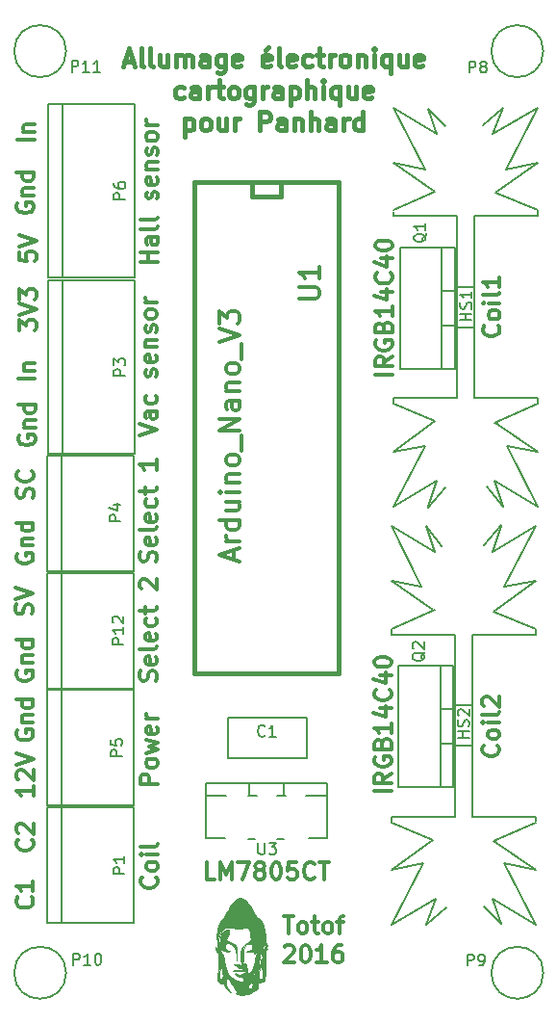
<source format=gbr>
G04 #@! TF.FileFunction,Legend,Top*
%FSLAX46Y46*%
G04 Gerber Fmt 4.6, Leading zero omitted, Abs format (unit mm)*
G04 Created by KiCad (PCBNEW 4.0.4+e1-6308~48~ubuntu16.04.1-stable) date Fri Nov 18 09:56:43 2016*
%MOMM*%
%LPD*%
G01*
G04 APERTURE LIST*
%ADD10C,0.100000*%
%ADD11C,0.300000*%
%ADD12C,0.400000*%
%ADD13C,0.150000*%
%ADD14C,0.381000*%
%ADD15C,0.304800*%
G04 APERTURE END LIST*
D10*
D11*
X75211714Y-103605685D02*
X75283143Y-103677114D01*
X75354571Y-103891400D01*
X75354571Y-104034257D01*
X75283143Y-104248542D01*
X75140286Y-104391400D01*
X74997429Y-104462828D01*
X74711714Y-104534257D01*
X74497429Y-104534257D01*
X74211714Y-104462828D01*
X74068857Y-104391400D01*
X73926000Y-104248542D01*
X73854571Y-104034257D01*
X73854571Y-103891400D01*
X73926000Y-103677114D01*
X73997429Y-103605685D01*
X75354571Y-102748542D02*
X75283143Y-102891400D01*
X75211714Y-102962828D01*
X75068857Y-103034257D01*
X74640286Y-103034257D01*
X74497429Y-102962828D01*
X74426000Y-102891400D01*
X74354571Y-102748542D01*
X74354571Y-102534257D01*
X74426000Y-102391400D01*
X74497429Y-102319971D01*
X74640286Y-102248542D01*
X75068857Y-102248542D01*
X75211714Y-102319971D01*
X75283143Y-102391400D01*
X75354571Y-102534257D01*
X75354571Y-102748542D01*
X75354571Y-101605685D02*
X74354571Y-101605685D01*
X73854571Y-101605685D02*
X73926000Y-101677114D01*
X73997429Y-101605685D01*
X73926000Y-101534257D01*
X73854571Y-101605685D01*
X73997429Y-101605685D01*
X75354571Y-100677113D02*
X75283143Y-100819971D01*
X75140286Y-100891399D01*
X73854571Y-100891399D01*
X75316471Y-95394885D02*
X73816471Y-95394885D01*
X73816471Y-94823457D01*
X73887900Y-94680599D01*
X73959329Y-94609171D01*
X74102186Y-94537742D01*
X74316471Y-94537742D01*
X74459329Y-94609171D01*
X74530757Y-94680599D01*
X74602186Y-94823457D01*
X74602186Y-95394885D01*
X75316471Y-93680599D02*
X75245043Y-93823457D01*
X75173614Y-93894885D01*
X75030757Y-93966314D01*
X74602186Y-93966314D01*
X74459329Y-93894885D01*
X74387900Y-93823457D01*
X74316471Y-93680599D01*
X74316471Y-93466314D01*
X74387900Y-93323457D01*
X74459329Y-93252028D01*
X74602186Y-93180599D01*
X75030757Y-93180599D01*
X75173614Y-93252028D01*
X75245043Y-93323457D01*
X75316471Y-93466314D01*
X75316471Y-93680599D01*
X74316471Y-92680599D02*
X75316471Y-92394885D01*
X74602186Y-92109171D01*
X75316471Y-91823456D01*
X74316471Y-91537742D01*
X75245043Y-90394885D02*
X75316471Y-90537742D01*
X75316471Y-90823456D01*
X75245043Y-90966313D01*
X75102186Y-91037742D01*
X74530757Y-91037742D01*
X74387900Y-90966313D01*
X74316471Y-90823456D01*
X74316471Y-90537742D01*
X74387900Y-90394885D01*
X74530757Y-90323456D01*
X74673614Y-90323456D01*
X74816471Y-91037742D01*
X75316471Y-89680599D02*
X74316471Y-89680599D01*
X74602186Y-89680599D02*
X74459329Y-89609171D01*
X74387900Y-89537742D01*
X74316471Y-89394885D01*
X74316471Y-89252028D01*
X62953200Y-85470086D02*
X62881771Y-85612943D01*
X62881771Y-85827229D01*
X62953200Y-86041514D01*
X63096057Y-86184372D01*
X63238914Y-86255800D01*
X63524629Y-86327229D01*
X63738914Y-86327229D01*
X64024629Y-86255800D01*
X64167486Y-86184372D01*
X64310343Y-86041514D01*
X64381771Y-85827229D01*
X64381771Y-85684372D01*
X64310343Y-85470086D01*
X64238914Y-85398657D01*
X63738914Y-85398657D01*
X63738914Y-85684372D01*
X63381771Y-84755800D02*
X64381771Y-84755800D01*
X63524629Y-84755800D02*
X63453200Y-84684372D01*
X63381771Y-84541514D01*
X63381771Y-84327229D01*
X63453200Y-84184372D01*
X63596057Y-84112943D01*
X64381771Y-84112943D01*
X64381771Y-82755800D02*
X62881771Y-82755800D01*
X64310343Y-82755800D02*
X64381771Y-82898657D01*
X64381771Y-83184371D01*
X64310343Y-83327229D01*
X64238914Y-83398657D01*
X64096057Y-83470086D01*
X63667486Y-83470086D01*
X63524629Y-83398657D01*
X63453200Y-83327229D01*
X63381771Y-83184371D01*
X63381771Y-82898657D01*
X63453200Y-82755800D01*
X64277014Y-100300599D02*
X64348443Y-100372028D01*
X64419871Y-100586314D01*
X64419871Y-100729171D01*
X64348443Y-100943456D01*
X64205586Y-101086314D01*
X64062729Y-101157742D01*
X63777014Y-101229171D01*
X63562729Y-101229171D01*
X63277014Y-101157742D01*
X63134157Y-101086314D01*
X62991300Y-100943456D01*
X62919871Y-100729171D01*
X62919871Y-100586314D01*
X62991300Y-100372028D01*
X63062729Y-100300599D01*
X63062729Y-99729171D02*
X62991300Y-99657742D01*
X62919871Y-99514885D01*
X62919871Y-99157742D01*
X62991300Y-99014885D01*
X63062729Y-98943456D01*
X63205586Y-98872028D01*
X63348443Y-98872028D01*
X63562729Y-98943456D01*
X64419871Y-99800599D01*
X64419871Y-98872028D01*
X64238914Y-105367899D02*
X64310343Y-105439328D01*
X64381771Y-105653614D01*
X64381771Y-105796471D01*
X64310343Y-106010756D01*
X64167486Y-106153614D01*
X64024629Y-106225042D01*
X63738914Y-106296471D01*
X63524629Y-106296471D01*
X63238914Y-106225042D01*
X63096057Y-106153614D01*
X62953200Y-106010756D01*
X62881771Y-105796471D01*
X62881771Y-105653614D01*
X62953200Y-105439328D01*
X63024629Y-105367899D01*
X64381771Y-103939328D02*
X64381771Y-104796471D01*
X64381771Y-104367899D02*
X62881771Y-104367899D01*
X63096057Y-104510756D01*
X63238914Y-104653614D01*
X63310343Y-104796471D01*
X64254463Y-80476908D02*
X64325891Y-80262622D01*
X64325891Y-79905479D01*
X64254463Y-79762622D01*
X64183034Y-79691193D01*
X64040177Y-79619765D01*
X63897320Y-79619765D01*
X63754463Y-79691193D01*
X63683034Y-79762622D01*
X63611606Y-79905479D01*
X63540177Y-80191193D01*
X63468749Y-80334051D01*
X63397320Y-80405479D01*
X63254463Y-80476908D01*
X63111606Y-80476908D01*
X62968749Y-80405479D01*
X62897320Y-80334051D01*
X62825891Y-80191193D01*
X62825891Y-79834051D01*
X62897320Y-79619765D01*
X62825891Y-79191194D02*
X64325891Y-78691194D01*
X62825891Y-78191194D01*
X64340823Y-70261491D02*
X64412251Y-70047205D01*
X64412251Y-69690062D01*
X64340823Y-69547205D01*
X64269394Y-69475776D01*
X64126537Y-69404348D01*
X63983680Y-69404348D01*
X63840823Y-69475776D01*
X63769394Y-69547205D01*
X63697966Y-69690062D01*
X63626537Y-69975776D01*
X63555109Y-70118634D01*
X63483680Y-70190062D01*
X63340823Y-70261491D01*
X63197966Y-70261491D01*
X63055109Y-70190062D01*
X62983680Y-70118634D01*
X62912251Y-69975776D01*
X62912251Y-69618634D01*
X62983680Y-69404348D01*
X64269394Y-67904348D02*
X64340823Y-67975777D01*
X64412251Y-68190063D01*
X64412251Y-68332920D01*
X64340823Y-68547205D01*
X64197966Y-68690063D01*
X64055109Y-68761491D01*
X63769394Y-68832920D01*
X63555109Y-68832920D01*
X63269394Y-68761491D01*
X63126537Y-68690063D01*
X62983680Y-68547205D01*
X62912251Y-68332920D01*
X62912251Y-68190063D01*
X62983680Y-67975777D01*
X63055109Y-67904348D01*
X64549411Y-59799611D02*
X63049411Y-59799611D01*
X63549411Y-59085325D02*
X64549411Y-59085325D01*
X63692269Y-59085325D02*
X63620840Y-59013897D01*
X63549411Y-58871039D01*
X63549411Y-58656754D01*
X63620840Y-58513897D01*
X63763697Y-58442468D01*
X64549411Y-58442468D01*
X63009080Y-44383046D02*
X62937651Y-44525903D01*
X62937651Y-44740189D01*
X63009080Y-44954474D01*
X63151937Y-45097332D01*
X63294794Y-45168760D01*
X63580509Y-45240189D01*
X63794794Y-45240189D01*
X64080509Y-45168760D01*
X64223366Y-45097332D01*
X64366223Y-44954474D01*
X64437651Y-44740189D01*
X64437651Y-44597332D01*
X64366223Y-44383046D01*
X64294794Y-44311617D01*
X63794794Y-44311617D01*
X63794794Y-44597332D01*
X63437651Y-43668760D02*
X64437651Y-43668760D01*
X63580509Y-43668760D02*
X63509080Y-43597332D01*
X63437651Y-43454474D01*
X63437651Y-43240189D01*
X63509080Y-43097332D01*
X63651937Y-43025903D01*
X64437651Y-43025903D01*
X64437651Y-41668760D02*
X62937651Y-41668760D01*
X64366223Y-41668760D02*
X64437651Y-41811617D01*
X64437651Y-42097331D01*
X64366223Y-42240189D01*
X64294794Y-42311617D01*
X64151937Y-42383046D01*
X63723366Y-42383046D01*
X63580509Y-42311617D01*
X63509080Y-42240189D01*
X63437651Y-42097331D01*
X63437651Y-41811617D01*
X63509080Y-41668760D01*
X62953200Y-90707566D02*
X62881771Y-90850423D01*
X62881771Y-91064709D01*
X62953200Y-91278994D01*
X63096057Y-91421852D01*
X63238914Y-91493280D01*
X63524629Y-91564709D01*
X63738914Y-91564709D01*
X64024629Y-91493280D01*
X64167486Y-91421852D01*
X64310343Y-91278994D01*
X64381771Y-91064709D01*
X64381771Y-90921852D01*
X64310343Y-90707566D01*
X64238914Y-90636137D01*
X63738914Y-90636137D01*
X63738914Y-90921852D01*
X63381771Y-89993280D02*
X64381771Y-89993280D01*
X63524629Y-89993280D02*
X63453200Y-89921852D01*
X63381771Y-89778994D01*
X63381771Y-89564709D01*
X63453200Y-89421852D01*
X63596057Y-89350423D01*
X64381771Y-89350423D01*
X64381771Y-87993280D02*
X62881771Y-87993280D01*
X64310343Y-87993280D02*
X64381771Y-88136137D01*
X64381771Y-88421851D01*
X64310343Y-88564709D01*
X64238914Y-88636137D01*
X64096057Y-88707566D01*
X63667486Y-88707566D01*
X63524629Y-88636137D01*
X63453200Y-88564709D01*
X63381771Y-88421851D01*
X63381771Y-88136137D01*
X63453200Y-87993280D01*
X62953200Y-75172926D02*
X62881771Y-75315783D01*
X62881771Y-75530069D01*
X62953200Y-75744354D01*
X63096057Y-75887212D01*
X63238914Y-75958640D01*
X63524629Y-76030069D01*
X63738914Y-76030069D01*
X64024629Y-75958640D01*
X64167486Y-75887212D01*
X64310343Y-75744354D01*
X64381771Y-75530069D01*
X64381771Y-75387212D01*
X64310343Y-75172926D01*
X64238914Y-75101497D01*
X63738914Y-75101497D01*
X63738914Y-75387212D01*
X63381771Y-74458640D02*
X64381771Y-74458640D01*
X63524629Y-74458640D02*
X63453200Y-74387212D01*
X63381771Y-74244354D01*
X63381771Y-74030069D01*
X63453200Y-73887212D01*
X63596057Y-73815783D01*
X64381771Y-73815783D01*
X64381771Y-72458640D02*
X62881771Y-72458640D01*
X64310343Y-72458640D02*
X64381771Y-72601497D01*
X64381771Y-72887211D01*
X64310343Y-73030069D01*
X64238914Y-73101497D01*
X64096057Y-73172926D01*
X63667486Y-73172926D01*
X63524629Y-73101497D01*
X63453200Y-73030069D01*
X63381771Y-72887211D01*
X63381771Y-72601497D01*
X63453200Y-72458640D01*
D12*
X72429742Y-31909067D02*
X73191647Y-31909067D01*
X72277361Y-32366210D02*
X72810694Y-30766210D01*
X73344028Y-32366210D01*
X74105933Y-32366210D02*
X73953552Y-32290019D01*
X73877361Y-32137638D01*
X73877361Y-30766210D01*
X74944028Y-32366210D02*
X74791647Y-32290019D01*
X74715456Y-32137638D01*
X74715456Y-30766210D01*
X76239266Y-31299543D02*
X76239266Y-32366210D01*
X75553551Y-31299543D02*
X75553551Y-32137638D01*
X75629742Y-32290019D01*
X75782123Y-32366210D01*
X76010694Y-32366210D01*
X76163075Y-32290019D01*
X76239266Y-32213829D01*
X77001170Y-32366210D02*
X77001170Y-31299543D01*
X77001170Y-31451924D02*
X77077361Y-31375733D01*
X77229742Y-31299543D01*
X77458313Y-31299543D01*
X77610694Y-31375733D01*
X77686885Y-31528114D01*
X77686885Y-32366210D01*
X77686885Y-31528114D02*
X77763075Y-31375733D01*
X77915456Y-31299543D01*
X78144028Y-31299543D01*
X78296408Y-31375733D01*
X78372599Y-31528114D01*
X78372599Y-32366210D01*
X79820218Y-32366210D02*
X79820218Y-31528114D01*
X79744027Y-31375733D01*
X79591646Y-31299543D01*
X79286884Y-31299543D01*
X79134503Y-31375733D01*
X79820218Y-32290019D02*
X79667837Y-32366210D01*
X79286884Y-32366210D01*
X79134503Y-32290019D01*
X79058313Y-32137638D01*
X79058313Y-31985257D01*
X79134503Y-31832876D01*
X79286884Y-31756686D01*
X79667837Y-31756686D01*
X79820218Y-31680495D01*
X81267837Y-31299543D02*
X81267837Y-32594781D01*
X81191646Y-32747162D01*
X81115456Y-32823352D01*
X80963075Y-32899543D01*
X80734503Y-32899543D01*
X80582122Y-32823352D01*
X81267837Y-32290019D02*
X81115456Y-32366210D01*
X80810694Y-32366210D01*
X80658313Y-32290019D01*
X80582122Y-32213829D01*
X80505932Y-32061448D01*
X80505932Y-31604305D01*
X80582122Y-31451924D01*
X80658313Y-31375733D01*
X80810694Y-31299543D01*
X81115456Y-31299543D01*
X81267837Y-31375733D01*
X82639265Y-32290019D02*
X82486884Y-32366210D01*
X82182122Y-32366210D01*
X82029741Y-32290019D01*
X81953551Y-32137638D01*
X81953551Y-31528114D01*
X82029741Y-31375733D01*
X82182122Y-31299543D01*
X82486884Y-31299543D01*
X82639265Y-31375733D01*
X82715456Y-31528114D01*
X82715456Y-31680495D01*
X81953551Y-31832876D01*
X85229742Y-32290019D02*
X85077361Y-32366210D01*
X84772599Y-32366210D01*
X84620218Y-32290019D01*
X84544028Y-32137638D01*
X84544028Y-31528114D01*
X84620218Y-31375733D01*
X84772599Y-31299543D01*
X85077361Y-31299543D01*
X85229742Y-31375733D01*
X85305933Y-31528114D01*
X85305933Y-31680495D01*
X84544028Y-31832876D01*
X85077361Y-30690019D02*
X84848790Y-30918590D01*
X86220219Y-32366210D02*
X86067838Y-32290019D01*
X85991647Y-32137638D01*
X85991647Y-30766210D01*
X87439266Y-32290019D02*
X87286885Y-32366210D01*
X86982123Y-32366210D01*
X86829742Y-32290019D01*
X86753552Y-32137638D01*
X86753552Y-31528114D01*
X86829742Y-31375733D01*
X86982123Y-31299543D01*
X87286885Y-31299543D01*
X87439266Y-31375733D01*
X87515457Y-31528114D01*
X87515457Y-31680495D01*
X86753552Y-31832876D01*
X88886886Y-32290019D02*
X88734505Y-32366210D01*
X88429743Y-32366210D01*
X88277362Y-32290019D01*
X88201171Y-32213829D01*
X88124981Y-32061448D01*
X88124981Y-31604305D01*
X88201171Y-31451924D01*
X88277362Y-31375733D01*
X88429743Y-31299543D01*
X88734505Y-31299543D01*
X88886886Y-31375733D01*
X89344029Y-31299543D02*
X89953553Y-31299543D01*
X89572600Y-30766210D02*
X89572600Y-32137638D01*
X89648791Y-32290019D01*
X89801172Y-32366210D01*
X89953553Y-32366210D01*
X90486886Y-32366210D02*
X90486886Y-31299543D01*
X90486886Y-31604305D02*
X90563077Y-31451924D01*
X90639267Y-31375733D01*
X90791648Y-31299543D01*
X90944029Y-31299543D01*
X91705934Y-32366210D02*
X91553553Y-32290019D01*
X91477362Y-32213829D01*
X91401172Y-32061448D01*
X91401172Y-31604305D01*
X91477362Y-31451924D01*
X91553553Y-31375733D01*
X91705934Y-31299543D01*
X91934505Y-31299543D01*
X92086886Y-31375733D01*
X92163077Y-31451924D01*
X92239267Y-31604305D01*
X92239267Y-32061448D01*
X92163077Y-32213829D01*
X92086886Y-32290019D01*
X91934505Y-32366210D01*
X91705934Y-32366210D01*
X92924981Y-31299543D02*
X92924981Y-32366210D01*
X92924981Y-31451924D02*
X93001172Y-31375733D01*
X93153553Y-31299543D01*
X93382124Y-31299543D01*
X93534505Y-31375733D01*
X93610696Y-31528114D01*
X93610696Y-32366210D01*
X94372600Y-32366210D02*
X94372600Y-31299543D01*
X94372600Y-30766210D02*
X94296410Y-30842400D01*
X94372600Y-30918590D01*
X94448791Y-30842400D01*
X94372600Y-30766210D01*
X94372600Y-30918590D01*
X95820220Y-31299543D02*
X95820220Y-32899543D01*
X95820220Y-32290019D02*
X95667839Y-32366210D01*
X95363077Y-32366210D01*
X95210696Y-32290019D01*
X95134505Y-32213829D01*
X95058315Y-32061448D01*
X95058315Y-31604305D01*
X95134505Y-31451924D01*
X95210696Y-31375733D01*
X95363077Y-31299543D01*
X95667839Y-31299543D01*
X95820220Y-31375733D01*
X97267839Y-31299543D02*
X97267839Y-32366210D01*
X96582124Y-31299543D02*
X96582124Y-32137638D01*
X96658315Y-32290019D01*
X96810696Y-32366210D01*
X97039267Y-32366210D01*
X97191648Y-32290019D01*
X97267839Y-32213829D01*
X98639267Y-32290019D02*
X98486886Y-32366210D01*
X98182124Y-32366210D01*
X98029743Y-32290019D01*
X97953553Y-32137638D01*
X97953553Y-31528114D01*
X98029743Y-31375733D01*
X98182124Y-31299543D01*
X98486886Y-31299543D01*
X98639267Y-31375733D01*
X98715458Y-31528114D01*
X98715458Y-31680495D01*
X97953553Y-31832876D01*
X77648791Y-35090019D02*
X77496410Y-35166210D01*
X77191648Y-35166210D01*
X77039267Y-35090019D01*
X76963076Y-35013829D01*
X76886886Y-34861448D01*
X76886886Y-34404305D01*
X76963076Y-34251924D01*
X77039267Y-34175733D01*
X77191648Y-34099543D01*
X77496410Y-34099543D01*
X77648791Y-34175733D01*
X79020220Y-35166210D02*
X79020220Y-34328114D01*
X78944029Y-34175733D01*
X78791648Y-34099543D01*
X78486886Y-34099543D01*
X78334505Y-34175733D01*
X79020220Y-35090019D02*
X78867839Y-35166210D01*
X78486886Y-35166210D01*
X78334505Y-35090019D01*
X78258315Y-34937638D01*
X78258315Y-34785257D01*
X78334505Y-34632876D01*
X78486886Y-34556686D01*
X78867839Y-34556686D01*
X79020220Y-34480495D01*
X79782124Y-35166210D02*
X79782124Y-34099543D01*
X79782124Y-34404305D02*
X79858315Y-34251924D01*
X79934505Y-34175733D01*
X80086886Y-34099543D01*
X80239267Y-34099543D01*
X80544029Y-34099543D02*
X81153553Y-34099543D01*
X80772600Y-33566210D02*
X80772600Y-34937638D01*
X80848791Y-35090019D01*
X81001172Y-35166210D01*
X81153553Y-35166210D01*
X81915458Y-35166210D02*
X81763077Y-35090019D01*
X81686886Y-35013829D01*
X81610696Y-34861448D01*
X81610696Y-34404305D01*
X81686886Y-34251924D01*
X81763077Y-34175733D01*
X81915458Y-34099543D01*
X82144029Y-34099543D01*
X82296410Y-34175733D01*
X82372601Y-34251924D01*
X82448791Y-34404305D01*
X82448791Y-34861448D01*
X82372601Y-35013829D01*
X82296410Y-35090019D01*
X82144029Y-35166210D01*
X81915458Y-35166210D01*
X83820220Y-34099543D02*
X83820220Y-35394781D01*
X83744029Y-35547162D01*
X83667839Y-35623352D01*
X83515458Y-35699543D01*
X83286886Y-35699543D01*
X83134505Y-35623352D01*
X83820220Y-35090019D02*
X83667839Y-35166210D01*
X83363077Y-35166210D01*
X83210696Y-35090019D01*
X83134505Y-35013829D01*
X83058315Y-34861448D01*
X83058315Y-34404305D01*
X83134505Y-34251924D01*
X83210696Y-34175733D01*
X83363077Y-34099543D01*
X83667839Y-34099543D01*
X83820220Y-34175733D01*
X84582124Y-35166210D02*
X84582124Y-34099543D01*
X84582124Y-34404305D02*
X84658315Y-34251924D01*
X84734505Y-34175733D01*
X84886886Y-34099543D01*
X85039267Y-34099543D01*
X86258315Y-35166210D02*
X86258315Y-34328114D01*
X86182124Y-34175733D01*
X86029743Y-34099543D01*
X85724981Y-34099543D01*
X85572600Y-34175733D01*
X86258315Y-35090019D02*
X86105934Y-35166210D01*
X85724981Y-35166210D01*
X85572600Y-35090019D01*
X85496410Y-34937638D01*
X85496410Y-34785257D01*
X85572600Y-34632876D01*
X85724981Y-34556686D01*
X86105934Y-34556686D01*
X86258315Y-34480495D01*
X87020219Y-34099543D02*
X87020219Y-35699543D01*
X87020219Y-34175733D02*
X87172600Y-34099543D01*
X87477362Y-34099543D01*
X87629743Y-34175733D01*
X87705934Y-34251924D01*
X87782124Y-34404305D01*
X87782124Y-34861448D01*
X87705934Y-35013829D01*
X87629743Y-35090019D01*
X87477362Y-35166210D01*
X87172600Y-35166210D01*
X87020219Y-35090019D01*
X88467838Y-35166210D02*
X88467838Y-33566210D01*
X89153553Y-35166210D02*
X89153553Y-34328114D01*
X89077362Y-34175733D01*
X88924981Y-34099543D01*
X88696410Y-34099543D01*
X88544029Y-34175733D01*
X88467838Y-34251924D01*
X89915457Y-35166210D02*
X89915457Y-34099543D01*
X89915457Y-33566210D02*
X89839267Y-33642400D01*
X89915457Y-33718590D01*
X89991648Y-33642400D01*
X89915457Y-33566210D01*
X89915457Y-33718590D01*
X91363077Y-34099543D02*
X91363077Y-35699543D01*
X91363077Y-35090019D02*
X91210696Y-35166210D01*
X90905934Y-35166210D01*
X90753553Y-35090019D01*
X90677362Y-35013829D01*
X90601172Y-34861448D01*
X90601172Y-34404305D01*
X90677362Y-34251924D01*
X90753553Y-34175733D01*
X90905934Y-34099543D01*
X91210696Y-34099543D01*
X91363077Y-34175733D01*
X92810696Y-34099543D02*
X92810696Y-35166210D01*
X92124981Y-34099543D02*
X92124981Y-34937638D01*
X92201172Y-35090019D01*
X92353553Y-35166210D01*
X92582124Y-35166210D01*
X92734505Y-35090019D01*
X92810696Y-35013829D01*
X94182124Y-35090019D02*
X94029743Y-35166210D01*
X93724981Y-35166210D01*
X93572600Y-35090019D01*
X93496410Y-34937638D01*
X93496410Y-34328114D01*
X93572600Y-34175733D01*
X93724981Y-34099543D01*
X94029743Y-34099543D01*
X94182124Y-34175733D01*
X94258315Y-34328114D01*
X94258315Y-34480495D01*
X93496410Y-34632876D01*
X77763076Y-36899543D02*
X77763076Y-38499543D01*
X77763076Y-36975733D02*
X77915457Y-36899543D01*
X78220219Y-36899543D01*
X78372600Y-36975733D01*
X78448791Y-37051924D01*
X78524981Y-37204305D01*
X78524981Y-37661448D01*
X78448791Y-37813829D01*
X78372600Y-37890019D01*
X78220219Y-37966210D01*
X77915457Y-37966210D01*
X77763076Y-37890019D01*
X79439267Y-37966210D02*
X79286886Y-37890019D01*
X79210695Y-37813829D01*
X79134505Y-37661448D01*
X79134505Y-37204305D01*
X79210695Y-37051924D01*
X79286886Y-36975733D01*
X79439267Y-36899543D01*
X79667838Y-36899543D01*
X79820219Y-36975733D01*
X79896410Y-37051924D01*
X79972600Y-37204305D01*
X79972600Y-37661448D01*
X79896410Y-37813829D01*
X79820219Y-37890019D01*
X79667838Y-37966210D01*
X79439267Y-37966210D01*
X81344029Y-36899543D02*
X81344029Y-37966210D01*
X80658314Y-36899543D02*
X80658314Y-37737638D01*
X80734505Y-37890019D01*
X80886886Y-37966210D01*
X81115457Y-37966210D01*
X81267838Y-37890019D01*
X81344029Y-37813829D01*
X82105933Y-37966210D02*
X82105933Y-36899543D01*
X82105933Y-37204305D02*
X82182124Y-37051924D01*
X82258314Y-36975733D01*
X82410695Y-36899543D01*
X82563076Y-36899543D01*
X84315457Y-37966210D02*
X84315457Y-36366210D01*
X84924981Y-36366210D01*
X85077362Y-36442400D01*
X85153553Y-36518590D01*
X85229743Y-36670971D01*
X85229743Y-36899543D01*
X85153553Y-37051924D01*
X85077362Y-37128114D01*
X84924981Y-37204305D01*
X84315457Y-37204305D01*
X86601172Y-37966210D02*
X86601172Y-37128114D01*
X86524981Y-36975733D01*
X86372600Y-36899543D01*
X86067838Y-36899543D01*
X85915457Y-36975733D01*
X86601172Y-37890019D02*
X86448791Y-37966210D01*
X86067838Y-37966210D01*
X85915457Y-37890019D01*
X85839267Y-37737638D01*
X85839267Y-37585257D01*
X85915457Y-37432876D01*
X86067838Y-37356686D01*
X86448791Y-37356686D01*
X86601172Y-37280495D01*
X87363076Y-36899543D02*
X87363076Y-37966210D01*
X87363076Y-37051924D02*
X87439267Y-36975733D01*
X87591648Y-36899543D01*
X87820219Y-36899543D01*
X87972600Y-36975733D01*
X88048791Y-37128114D01*
X88048791Y-37966210D01*
X88810695Y-37966210D02*
X88810695Y-36366210D01*
X89496410Y-37966210D02*
X89496410Y-37128114D01*
X89420219Y-36975733D01*
X89267838Y-36899543D01*
X89039267Y-36899543D01*
X88886886Y-36975733D01*
X88810695Y-37051924D01*
X90944029Y-37966210D02*
X90944029Y-37128114D01*
X90867838Y-36975733D01*
X90715457Y-36899543D01*
X90410695Y-36899543D01*
X90258314Y-36975733D01*
X90944029Y-37890019D02*
X90791648Y-37966210D01*
X90410695Y-37966210D01*
X90258314Y-37890019D01*
X90182124Y-37737638D01*
X90182124Y-37585257D01*
X90258314Y-37432876D01*
X90410695Y-37356686D01*
X90791648Y-37356686D01*
X90944029Y-37280495D01*
X91705933Y-37966210D02*
X91705933Y-36899543D01*
X91705933Y-37204305D02*
X91782124Y-37051924D01*
X91858314Y-36975733D01*
X92010695Y-36899543D01*
X92163076Y-36899543D01*
X93382124Y-37966210D02*
X93382124Y-36366210D01*
X93382124Y-37890019D02*
X93229743Y-37966210D01*
X92924981Y-37966210D01*
X92772600Y-37890019D01*
X92696409Y-37813829D01*
X92620219Y-37661448D01*
X92620219Y-37204305D01*
X92696409Y-37051924D01*
X92772600Y-36975733D01*
X92924981Y-36899543D01*
X93229743Y-36899543D01*
X93382124Y-36975733D01*
D11*
X86429863Y-107037211D02*
X87287006Y-107037211D01*
X86858435Y-108537211D02*
X86858435Y-107037211D01*
X88001292Y-108537211D02*
X87858434Y-108465783D01*
X87787006Y-108394354D01*
X87715577Y-108251497D01*
X87715577Y-107822926D01*
X87787006Y-107680069D01*
X87858434Y-107608640D01*
X88001292Y-107537211D01*
X88215577Y-107537211D01*
X88358434Y-107608640D01*
X88429863Y-107680069D01*
X88501292Y-107822926D01*
X88501292Y-108251497D01*
X88429863Y-108394354D01*
X88358434Y-108465783D01*
X88215577Y-108537211D01*
X88001292Y-108537211D01*
X88929863Y-107537211D02*
X89501292Y-107537211D01*
X89144149Y-107037211D02*
X89144149Y-108322926D01*
X89215577Y-108465783D01*
X89358435Y-108537211D01*
X89501292Y-108537211D01*
X90215578Y-108537211D02*
X90072720Y-108465783D01*
X90001292Y-108394354D01*
X89929863Y-108251497D01*
X89929863Y-107822926D01*
X90001292Y-107680069D01*
X90072720Y-107608640D01*
X90215578Y-107537211D01*
X90429863Y-107537211D01*
X90572720Y-107608640D01*
X90644149Y-107680069D01*
X90715578Y-107822926D01*
X90715578Y-108251497D01*
X90644149Y-108394354D01*
X90572720Y-108465783D01*
X90429863Y-108537211D01*
X90215578Y-108537211D01*
X91144149Y-107537211D02*
X91715578Y-107537211D01*
X91358435Y-108537211D02*
X91358435Y-107251497D01*
X91429863Y-107108640D01*
X91572721Y-107037211D01*
X91715578Y-107037211D01*
X86501292Y-109730069D02*
X86572721Y-109658640D01*
X86715578Y-109587211D01*
X87072721Y-109587211D01*
X87215578Y-109658640D01*
X87287007Y-109730069D01*
X87358435Y-109872926D01*
X87358435Y-110015783D01*
X87287007Y-110230069D01*
X86429864Y-111087211D01*
X87358435Y-111087211D01*
X88287006Y-109587211D02*
X88429863Y-109587211D01*
X88572720Y-109658640D01*
X88644149Y-109730069D01*
X88715578Y-109872926D01*
X88787006Y-110158640D01*
X88787006Y-110515783D01*
X88715578Y-110801497D01*
X88644149Y-110944354D01*
X88572720Y-111015783D01*
X88429863Y-111087211D01*
X88287006Y-111087211D01*
X88144149Y-111015783D01*
X88072720Y-110944354D01*
X88001292Y-110801497D01*
X87929863Y-110515783D01*
X87929863Y-110158640D01*
X88001292Y-109872926D01*
X88072720Y-109730069D01*
X88144149Y-109658640D01*
X88287006Y-109587211D01*
X90215577Y-111087211D02*
X89358434Y-111087211D01*
X89787006Y-111087211D02*
X89787006Y-109587211D01*
X89644149Y-109801497D01*
X89501291Y-109944354D01*
X89358434Y-110015783D01*
X91501291Y-109587211D02*
X91215577Y-109587211D01*
X91072720Y-109658640D01*
X91001291Y-109730069D01*
X90858434Y-109944354D01*
X90787005Y-110230069D01*
X90787005Y-110801497D01*
X90858434Y-110944354D01*
X90929862Y-111015783D01*
X91072720Y-111087211D01*
X91358434Y-111087211D01*
X91501291Y-111015783D01*
X91572720Y-110944354D01*
X91644148Y-110801497D01*
X91644148Y-110444354D01*
X91572720Y-110301497D01*
X91501291Y-110230069D01*
X91358434Y-110158640D01*
X91072720Y-110158640D01*
X90929862Y-110230069D01*
X90858434Y-110301497D01*
X90787005Y-110444354D01*
X63186571Y-55540042D02*
X63186571Y-54611471D01*
X63758000Y-55111471D01*
X63758000Y-54897185D01*
X63829429Y-54754328D01*
X63900857Y-54682899D01*
X64043714Y-54611471D01*
X64400857Y-54611471D01*
X64543714Y-54682899D01*
X64615143Y-54754328D01*
X64686571Y-54897185D01*
X64686571Y-55325757D01*
X64615143Y-55468614D01*
X64543714Y-55540042D01*
X63186571Y-54182900D02*
X64686571Y-53682900D01*
X63186571Y-53182900D01*
X63186571Y-52825757D02*
X63186571Y-51897186D01*
X63758000Y-52397186D01*
X63758000Y-52182900D01*
X63829429Y-52040043D01*
X63900857Y-51968614D01*
X64043714Y-51897186D01*
X64400857Y-51897186D01*
X64543714Y-51968614D01*
X64615143Y-52040043D01*
X64686571Y-52182900D01*
X64686571Y-52611472D01*
X64615143Y-52754329D01*
X64543714Y-52825757D01*
X64508771Y-38819211D02*
X63008771Y-38819211D01*
X63508771Y-38104925D02*
X64508771Y-38104925D01*
X63651629Y-38104925D02*
X63580200Y-38033497D01*
X63508771Y-37890639D01*
X63508771Y-37676354D01*
X63580200Y-37533497D01*
X63723057Y-37462068D01*
X64508771Y-37462068D01*
X63148471Y-48672713D02*
X63148471Y-49386999D01*
X63862757Y-49458428D01*
X63791329Y-49386999D01*
X63719900Y-49244142D01*
X63719900Y-48886999D01*
X63791329Y-48744142D01*
X63862757Y-48672713D01*
X64005614Y-48601285D01*
X64362757Y-48601285D01*
X64505614Y-48672713D01*
X64577043Y-48744142D01*
X64648471Y-48886999D01*
X64648471Y-49244142D01*
X64577043Y-49386999D01*
X64505614Y-49458428D01*
X63148471Y-48172714D02*
X64648471Y-47672714D01*
X63148471Y-47172714D01*
X105285314Y-92011131D02*
X105356743Y-92082560D01*
X105428171Y-92296846D01*
X105428171Y-92439703D01*
X105356743Y-92653988D01*
X105213886Y-92796846D01*
X105071029Y-92868274D01*
X104785314Y-92939703D01*
X104571029Y-92939703D01*
X104285314Y-92868274D01*
X104142457Y-92796846D01*
X103999600Y-92653988D01*
X103928171Y-92439703D01*
X103928171Y-92296846D01*
X103999600Y-92082560D01*
X104071029Y-92011131D01*
X105428171Y-91153988D02*
X105356743Y-91296846D01*
X105285314Y-91368274D01*
X105142457Y-91439703D01*
X104713886Y-91439703D01*
X104571029Y-91368274D01*
X104499600Y-91296846D01*
X104428171Y-91153988D01*
X104428171Y-90939703D01*
X104499600Y-90796846D01*
X104571029Y-90725417D01*
X104713886Y-90653988D01*
X105142457Y-90653988D01*
X105285314Y-90725417D01*
X105356743Y-90796846D01*
X105428171Y-90939703D01*
X105428171Y-91153988D01*
X105428171Y-90011131D02*
X104428171Y-90011131D01*
X103928171Y-90011131D02*
X103999600Y-90082560D01*
X104071029Y-90011131D01*
X103999600Y-89939703D01*
X103928171Y-90011131D01*
X104071029Y-90011131D01*
X105428171Y-89082559D02*
X105356743Y-89225417D01*
X105213886Y-89296845D01*
X103928171Y-89296845D01*
X104071029Y-88582560D02*
X103999600Y-88511131D01*
X103928171Y-88368274D01*
X103928171Y-88011131D01*
X103999600Y-87868274D01*
X104071029Y-87796845D01*
X104213886Y-87725417D01*
X104356743Y-87725417D01*
X104571029Y-87796845D01*
X105428171Y-88653988D01*
X105428171Y-87725417D01*
X105310714Y-55135411D02*
X105382143Y-55206840D01*
X105453571Y-55421126D01*
X105453571Y-55563983D01*
X105382143Y-55778268D01*
X105239286Y-55921126D01*
X105096429Y-55992554D01*
X104810714Y-56063983D01*
X104596429Y-56063983D01*
X104310714Y-55992554D01*
X104167857Y-55921126D01*
X104025000Y-55778268D01*
X103953571Y-55563983D01*
X103953571Y-55421126D01*
X104025000Y-55206840D01*
X104096429Y-55135411D01*
X105453571Y-54278268D02*
X105382143Y-54421126D01*
X105310714Y-54492554D01*
X105167857Y-54563983D01*
X104739286Y-54563983D01*
X104596429Y-54492554D01*
X104525000Y-54421126D01*
X104453571Y-54278268D01*
X104453571Y-54063983D01*
X104525000Y-53921126D01*
X104596429Y-53849697D01*
X104739286Y-53778268D01*
X105167857Y-53778268D01*
X105310714Y-53849697D01*
X105382143Y-53921126D01*
X105453571Y-54063983D01*
X105453571Y-54278268D01*
X105453571Y-53135411D02*
X104453571Y-53135411D01*
X103953571Y-53135411D02*
X104025000Y-53206840D01*
X104096429Y-53135411D01*
X104025000Y-53063983D01*
X103953571Y-53135411D01*
X104096429Y-53135411D01*
X105453571Y-52206839D02*
X105382143Y-52349697D01*
X105239286Y-52421125D01*
X103953571Y-52421125D01*
X105453571Y-50849697D02*
X105453571Y-51706840D01*
X105453571Y-51278268D02*
X103953571Y-51278268D01*
X104167857Y-51421125D01*
X104310714Y-51563983D01*
X104382143Y-51706840D01*
X63146240Y-64784326D02*
X63074811Y-64927183D01*
X63074811Y-65141469D01*
X63146240Y-65355754D01*
X63289097Y-65498612D01*
X63431954Y-65570040D01*
X63717669Y-65641469D01*
X63931954Y-65641469D01*
X64217669Y-65570040D01*
X64360526Y-65498612D01*
X64503383Y-65355754D01*
X64574811Y-65141469D01*
X64574811Y-64998612D01*
X64503383Y-64784326D01*
X64431954Y-64712897D01*
X63931954Y-64712897D01*
X63931954Y-64998612D01*
X63574811Y-64070040D02*
X64574811Y-64070040D01*
X63717669Y-64070040D02*
X63646240Y-63998612D01*
X63574811Y-63855754D01*
X63574811Y-63641469D01*
X63646240Y-63498612D01*
X63789097Y-63427183D01*
X64574811Y-63427183D01*
X64574811Y-62070040D02*
X63074811Y-62070040D01*
X64503383Y-62070040D02*
X64574811Y-62212897D01*
X64574811Y-62498611D01*
X64503383Y-62641469D01*
X64431954Y-62712897D01*
X64289097Y-62784326D01*
X63860526Y-62784326D01*
X63717669Y-62712897D01*
X63646240Y-62641469D01*
X63574811Y-62498611D01*
X63574811Y-62212897D01*
X63646240Y-62070040D01*
X64422411Y-95609611D02*
X64422411Y-96466754D01*
X64422411Y-96038182D02*
X62922411Y-96038182D01*
X63136697Y-96181039D01*
X63279554Y-96323897D01*
X63350983Y-96466754D01*
X63065269Y-95038183D02*
X62993840Y-94966754D01*
X62922411Y-94823897D01*
X62922411Y-94466754D01*
X62993840Y-94323897D01*
X63065269Y-94252468D01*
X63208126Y-94181040D01*
X63350983Y-94181040D01*
X63565269Y-94252468D01*
X64422411Y-95109611D01*
X64422411Y-94181040D01*
X62922411Y-93752469D02*
X64422411Y-93252469D01*
X62922411Y-92752469D01*
X75181543Y-86328485D02*
X75252971Y-86114199D01*
X75252971Y-85757056D01*
X75181543Y-85614199D01*
X75110114Y-85542770D01*
X74967257Y-85471342D01*
X74824400Y-85471342D01*
X74681543Y-85542770D01*
X74610114Y-85614199D01*
X74538686Y-85757056D01*
X74467257Y-86042770D01*
X74395829Y-86185628D01*
X74324400Y-86257056D01*
X74181543Y-86328485D01*
X74038686Y-86328485D01*
X73895829Y-86257056D01*
X73824400Y-86185628D01*
X73752971Y-86042770D01*
X73752971Y-85685628D01*
X73824400Y-85471342D01*
X75181543Y-84257057D02*
X75252971Y-84399914D01*
X75252971Y-84685628D01*
X75181543Y-84828485D01*
X75038686Y-84899914D01*
X74467257Y-84899914D01*
X74324400Y-84828485D01*
X74252971Y-84685628D01*
X74252971Y-84399914D01*
X74324400Y-84257057D01*
X74467257Y-84185628D01*
X74610114Y-84185628D01*
X74752971Y-84899914D01*
X75252971Y-83328485D02*
X75181543Y-83471343D01*
X75038686Y-83542771D01*
X73752971Y-83542771D01*
X75181543Y-82185629D02*
X75252971Y-82328486D01*
X75252971Y-82614200D01*
X75181543Y-82757057D01*
X75038686Y-82828486D01*
X74467257Y-82828486D01*
X74324400Y-82757057D01*
X74252971Y-82614200D01*
X74252971Y-82328486D01*
X74324400Y-82185629D01*
X74467257Y-82114200D01*
X74610114Y-82114200D01*
X74752971Y-82828486D01*
X75181543Y-80828486D02*
X75252971Y-80971343D01*
X75252971Y-81257057D01*
X75181543Y-81399915D01*
X75110114Y-81471343D01*
X74967257Y-81542772D01*
X74538686Y-81542772D01*
X74395829Y-81471343D01*
X74324400Y-81399915D01*
X74252971Y-81257057D01*
X74252971Y-80971343D01*
X74324400Y-80828486D01*
X74252971Y-80399915D02*
X74252971Y-79828486D01*
X73752971Y-80185629D02*
X75038686Y-80185629D01*
X75181543Y-80114201D01*
X75252971Y-79971343D01*
X75252971Y-79828486D01*
X73895829Y-78257058D02*
X73824400Y-78185629D01*
X73752971Y-78042772D01*
X73752971Y-77685629D01*
X73824400Y-77542772D01*
X73895829Y-77471343D01*
X74038686Y-77399915D01*
X74181543Y-77399915D01*
X74395829Y-77471343D01*
X75252971Y-78328486D01*
X75252971Y-77399915D01*
X75181543Y-75853525D02*
X75252971Y-75639239D01*
X75252971Y-75282096D01*
X75181543Y-75139239D01*
X75110114Y-75067810D01*
X74967257Y-74996382D01*
X74824400Y-74996382D01*
X74681543Y-75067810D01*
X74610114Y-75139239D01*
X74538686Y-75282096D01*
X74467257Y-75567810D01*
X74395829Y-75710668D01*
X74324400Y-75782096D01*
X74181543Y-75853525D01*
X74038686Y-75853525D01*
X73895829Y-75782096D01*
X73824400Y-75710668D01*
X73752971Y-75567810D01*
X73752971Y-75210668D01*
X73824400Y-74996382D01*
X75181543Y-73782097D02*
X75252971Y-73924954D01*
X75252971Y-74210668D01*
X75181543Y-74353525D01*
X75038686Y-74424954D01*
X74467257Y-74424954D01*
X74324400Y-74353525D01*
X74252971Y-74210668D01*
X74252971Y-73924954D01*
X74324400Y-73782097D01*
X74467257Y-73710668D01*
X74610114Y-73710668D01*
X74752971Y-74424954D01*
X75252971Y-72853525D02*
X75181543Y-72996383D01*
X75038686Y-73067811D01*
X73752971Y-73067811D01*
X75181543Y-71710669D02*
X75252971Y-71853526D01*
X75252971Y-72139240D01*
X75181543Y-72282097D01*
X75038686Y-72353526D01*
X74467257Y-72353526D01*
X74324400Y-72282097D01*
X74252971Y-72139240D01*
X74252971Y-71853526D01*
X74324400Y-71710669D01*
X74467257Y-71639240D01*
X74610114Y-71639240D01*
X74752971Y-72353526D01*
X75181543Y-70353526D02*
X75252971Y-70496383D01*
X75252971Y-70782097D01*
X75181543Y-70924955D01*
X75110114Y-70996383D01*
X74967257Y-71067812D01*
X74538686Y-71067812D01*
X74395829Y-70996383D01*
X74324400Y-70924955D01*
X74252971Y-70782097D01*
X74252971Y-70496383D01*
X74324400Y-70353526D01*
X74252971Y-69924955D02*
X74252971Y-69353526D01*
X73752971Y-69710669D02*
X75038686Y-69710669D01*
X75181543Y-69639241D01*
X75252971Y-69496383D01*
X75252971Y-69353526D01*
X75252971Y-66924955D02*
X75252971Y-67782098D01*
X75252971Y-67353526D02*
X73752971Y-67353526D01*
X73967257Y-67496383D01*
X74110114Y-67639241D01*
X74181543Y-67782098D01*
X73742811Y-64786068D02*
X75242811Y-64286068D01*
X73742811Y-63786068D01*
X75242811Y-62643211D02*
X74457097Y-62643211D01*
X74314240Y-62714640D01*
X74242811Y-62857497D01*
X74242811Y-63143211D01*
X74314240Y-63286068D01*
X75171383Y-62643211D02*
X75242811Y-62786068D01*
X75242811Y-63143211D01*
X75171383Y-63286068D01*
X75028526Y-63357497D01*
X74885669Y-63357497D01*
X74742811Y-63286068D01*
X74671383Y-63143211D01*
X74671383Y-62786068D01*
X74599954Y-62643211D01*
X75171383Y-61286068D02*
X75242811Y-61428925D01*
X75242811Y-61714639D01*
X75171383Y-61857497D01*
X75099954Y-61928925D01*
X74957097Y-62000354D01*
X74528526Y-62000354D01*
X74385669Y-61928925D01*
X74314240Y-61857497D01*
X74242811Y-61714639D01*
X74242811Y-61428925D01*
X74314240Y-61286068D01*
X75171383Y-59571783D02*
X75242811Y-59428926D01*
X75242811Y-59143211D01*
X75171383Y-59000354D01*
X75028526Y-58928926D01*
X74957097Y-58928926D01*
X74814240Y-59000354D01*
X74742811Y-59143211D01*
X74742811Y-59357497D01*
X74671383Y-59500354D01*
X74528526Y-59571783D01*
X74457097Y-59571783D01*
X74314240Y-59500354D01*
X74242811Y-59357497D01*
X74242811Y-59143211D01*
X74314240Y-59000354D01*
X75171383Y-57714640D02*
X75242811Y-57857497D01*
X75242811Y-58143211D01*
X75171383Y-58286068D01*
X75028526Y-58357497D01*
X74457097Y-58357497D01*
X74314240Y-58286068D01*
X74242811Y-58143211D01*
X74242811Y-57857497D01*
X74314240Y-57714640D01*
X74457097Y-57643211D01*
X74599954Y-57643211D01*
X74742811Y-58357497D01*
X74242811Y-57000354D02*
X75242811Y-57000354D01*
X74385669Y-57000354D02*
X74314240Y-56928926D01*
X74242811Y-56786068D01*
X74242811Y-56571783D01*
X74314240Y-56428926D01*
X74457097Y-56357497D01*
X75242811Y-56357497D01*
X75171383Y-55714640D02*
X75242811Y-55571783D01*
X75242811Y-55286068D01*
X75171383Y-55143211D01*
X75028526Y-55071783D01*
X74957097Y-55071783D01*
X74814240Y-55143211D01*
X74742811Y-55286068D01*
X74742811Y-55500354D01*
X74671383Y-55643211D01*
X74528526Y-55714640D01*
X74457097Y-55714640D01*
X74314240Y-55643211D01*
X74242811Y-55500354D01*
X74242811Y-55286068D01*
X74314240Y-55143211D01*
X75242811Y-54214639D02*
X75171383Y-54357497D01*
X75099954Y-54428925D01*
X74957097Y-54500354D01*
X74528526Y-54500354D01*
X74385669Y-54428925D01*
X74314240Y-54357497D01*
X74242811Y-54214639D01*
X74242811Y-54000354D01*
X74314240Y-53857497D01*
X74385669Y-53786068D01*
X74528526Y-53714639D01*
X74957097Y-53714639D01*
X75099954Y-53786068D01*
X75171383Y-53857497D01*
X75242811Y-54000354D01*
X75242811Y-54214639D01*
X75242811Y-53071782D02*
X74242811Y-53071782D01*
X74528526Y-53071782D02*
X74385669Y-53000354D01*
X74314240Y-52928925D01*
X74242811Y-52786068D01*
X74242811Y-52643211D01*
X95997151Y-59425742D02*
X94497151Y-59425742D01*
X95997151Y-57854313D02*
X95282866Y-58354313D01*
X95997151Y-58711456D02*
X94497151Y-58711456D01*
X94497151Y-58140028D01*
X94568580Y-57997170D01*
X94640009Y-57925742D01*
X94782866Y-57854313D01*
X94997151Y-57854313D01*
X95140009Y-57925742D01*
X95211437Y-57997170D01*
X95282866Y-58140028D01*
X95282866Y-58711456D01*
X94568580Y-56425742D02*
X94497151Y-56568599D01*
X94497151Y-56782885D01*
X94568580Y-56997170D01*
X94711437Y-57140028D01*
X94854294Y-57211456D01*
X95140009Y-57282885D01*
X95354294Y-57282885D01*
X95640009Y-57211456D01*
X95782866Y-57140028D01*
X95925723Y-56997170D01*
X95997151Y-56782885D01*
X95997151Y-56640028D01*
X95925723Y-56425742D01*
X95854294Y-56354313D01*
X95354294Y-56354313D01*
X95354294Y-56640028D01*
X95211437Y-55211456D02*
X95282866Y-54997170D01*
X95354294Y-54925742D01*
X95497151Y-54854313D01*
X95711437Y-54854313D01*
X95854294Y-54925742D01*
X95925723Y-54997170D01*
X95997151Y-55140028D01*
X95997151Y-55711456D01*
X94497151Y-55711456D01*
X94497151Y-55211456D01*
X94568580Y-55068599D01*
X94640009Y-54997170D01*
X94782866Y-54925742D01*
X94925723Y-54925742D01*
X95068580Y-54997170D01*
X95140009Y-55068599D01*
X95211437Y-55211456D01*
X95211437Y-55711456D01*
X95997151Y-53425742D02*
X95997151Y-54282885D01*
X95997151Y-53854313D02*
X94497151Y-53854313D01*
X94711437Y-53997170D01*
X94854294Y-54140028D01*
X94925723Y-54282885D01*
X94997151Y-52140028D02*
X95997151Y-52140028D01*
X94425723Y-52497171D02*
X95497151Y-52854314D01*
X95497151Y-51925742D01*
X95854294Y-50497171D02*
X95925723Y-50568600D01*
X95997151Y-50782886D01*
X95997151Y-50925743D01*
X95925723Y-51140028D01*
X95782866Y-51282886D01*
X95640009Y-51354314D01*
X95354294Y-51425743D01*
X95140009Y-51425743D01*
X94854294Y-51354314D01*
X94711437Y-51282886D01*
X94568580Y-51140028D01*
X94497151Y-50925743D01*
X94497151Y-50782886D01*
X94568580Y-50568600D01*
X94640009Y-50497171D01*
X94997151Y-49211457D02*
X95997151Y-49211457D01*
X94425723Y-49568600D02*
X95497151Y-49925743D01*
X95497151Y-48997171D01*
X94497151Y-48140029D02*
X94497151Y-47997172D01*
X94568580Y-47854315D01*
X94640009Y-47782886D01*
X94782866Y-47711457D01*
X95068580Y-47640029D01*
X95425723Y-47640029D01*
X95711437Y-47711457D01*
X95854294Y-47782886D01*
X95925723Y-47854315D01*
X95997151Y-47997172D01*
X95997151Y-48140029D01*
X95925723Y-48282886D01*
X95854294Y-48354315D01*
X95711437Y-48425743D01*
X95425723Y-48497172D01*
X95068580Y-48497172D01*
X94782866Y-48425743D01*
X94640009Y-48354315D01*
X94568580Y-48282886D01*
X94497151Y-48140029D01*
X95908251Y-96052542D02*
X94408251Y-96052542D01*
X95908251Y-94481113D02*
X95193966Y-94981113D01*
X95908251Y-95338256D02*
X94408251Y-95338256D01*
X94408251Y-94766828D01*
X94479680Y-94623970D01*
X94551109Y-94552542D01*
X94693966Y-94481113D01*
X94908251Y-94481113D01*
X95051109Y-94552542D01*
X95122537Y-94623970D01*
X95193966Y-94766828D01*
X95193966Y-95338256D01*
X94479680Y-93052542D02*
X94408251Y-93195399D01*
X94408251Y-93409685D01*
X94479680Y-93623970D01*
X94622537Y-93766828D01*
X94765394Y-93838256D01*
X95051109Y-93909685D01*
X95265394Y-93909685D01*
X95551109Y-93838256D01*
X95693966Y-93766828D01*
X95836823Y-93623970D01*
X95908251Y-93409685D01*
X95908251Y-93266828D01*
X95836823Y-93052542D01*
X95765394Y-92981113D01*
X95265394Y-92981113D01*
X95265394Y-93266828D01*
X95122537Y-91838256D02*
X95193966Y-91623970D01*
X95265394Y-91552542D01*
X95408251Y-91481113D01*
X95622537Y-91481113D01*
X95765394Y-91552542D01*
X95836823Y-91623970D01*
X95908251Y-91766828D01*
X95908251Y-92338256D01*
X94408251Y-92338256D01*
X94408251Y-91838256D01*
X94479680Y-91695399D01*
X94551109Y-91623970D01*
X94693966Y-91552542D01*
X94836823Y-91552542D01*
X94979680Y-91623970D01*
X95051109Y-91695399D01*
X95122537Y-91838256D01*
X95122537Y-92338256D01*
X95908251Y-90052542D02*
X95908251Y-90909685D01*
X95908251Y-90481113D02*
X94408251Y-90481113D01*
X94622537Y-90623970D01*
X94765394Y-90766828D01*
X94836823Y-90909685D01*
X94908251Y-88766828D02*
X95908251Y-88766828D01*
X94336823Y-89123971D02*
X95408251Y-89481114D01*
X95408251Y-88552542D01*
X95765394Y-87123971D02*
X95836823Y-87195400D01*
X95908251Y-87409686D01*
X95908251Y-87552543D01*
X95836823Y-87766828D01*
X95693966Y-87909686D01*
X95551109Y-87981114D01*
X95265394Y-88052543D01*
X95051109Y-88052543D01*
X94765394Y-87981114D01*
X94622537Y-87909686D01*
X94479680Y-87766828D01*
X94408251Y-87552543D01*
X94408251Y-87409686D01*
X94479680Y-87195400D01*
X94551109Y-87123971D01*
X94908251Y-85838257D02*
X95908251Y-85838257D01*
X94336823Y-86195400D02*
X95408251Y-86552543D01*
X95408251Y-85623971D01*
X94408251Y-84766829D02*
X94408251Y-84623972D01*
X94479680Y-84481115D01*
X94551109Y-84409686D01*
X94693966Y-84338257D01*
X94979680Y-84266829D01*
X95336823Y-84266829D01*
X95622537Y-84338257D01*
X95765394Y-84409686D01*
X95836823Y-84481115D01*
X95908251Y-84623972D01*
X95908251Y-84766829D01*
X95836823Y-84909686D01*
X95765394Y-84981115D01*
X95622537Y-85052543D01*
X95336823Y-85123972D01*
X94979680Y-85123972D01*
X94693966Y-85052543D01*
X94551109Y-84981115D01*
X94479680Y-84909686D01*
X94408251Y-84766829D01*
X75319011Y-49541297D02*
X73819011Y-49541297D01*
X74533297Y-49541297D02*
X74533297Y-48684154D01*
X75319011Y-48684154D02*
X73819011Y-48684154D01*
X75319011Y-47327011D02*
X74533297Y-47327011D01*
X74390440Y-47398440D01*
X74319011Y-47541297D01*
X74319011Y-47827011D01*
X74390440Y-47969868D01*
X75247583Y-47327011D02*
X75319011Y-47469868D01*
X75319011Y-47827011D01*
X75247583Y-47969868D01*
X75104726Y-48041297D01*
X74961869Y-48041297D01*
X74819011Y-47969868D01*
X74747583Y-47827011D01*
X74747583Y-47469868D01*
X74676154Y-47327011D01*
X75319011Y-46398439D02*
X75247583Y-46541297D01*
X75104726Y-46612725D01*
X73819011Y-46612725D01*
X75319011Y-45612725D02*
X75247583Y-45755583D01*
X75104726Y-45827011D01*
X73819011Y-45827011D01*
X75247583Y-43969869D02*
X75319011Y-43827012D01*
X75319011Y-43541297D01*
X75247583Y-43398440D01*
X75104726Y-43327012D01*
X75033297Y-43327012D01*
X74890440Y-43398440D01*
X74819011Y-43541297D01*
X74819011Y-43755583D01*
X74747583Y-43898440D01*
X74604726Y-43969869D01*
X74533297Y-43969869D01*
X74390440Y-43898440D01*
X74319011Y-43755583D01*
X74319011Y-43541297D01*
X74390440Y-43398440D01*
X75247583Y-42112726D02*
X75319011Y-42255583D01*
X75319011Y-42541297D01*
X75247583Y-42684154D01*
X75104726Y-42755583D01*
X74533297Y-42755583D01*
X74390440Y-42684154D01*
X74319011Y-42541297D01*
X74319011Y-42255583D01*
X74390440Y-42112726D01*
X74533297Y-42041297D01*
X74676154Y-42041297D01*
X74819011Y-42755583D01*
X74319011Y-41398440D02*
X75319011Y-41398440D01*
X74461869Y-41398440D02*
X74390440Y-41327012D01*
X74319011Y-41184154D01*
X74319011Y-40969869D01*
X74390440Y-40827012D01*
X74533297Y-40755583D01*
X75319011Y-40755583D01*
X75247583Y-40112726D02*
X75319011Y-39969869D01*
X75319011Y-39684154D01*
X75247583Y-39541297D01*
X75104726Y-39469869D01*
X75033297Y-39469869D01*
X74890440Y-39541297D01*
X74819011Y-39684154D01*
X74819011Y-39898440D01*
X74747583Y-40041297D01*
X74604726Y-40112726D01*
X74533297Y-40112726D01*
X74390440Y-40041297D01*
X74319011Y-39898440D01*
X74319011Y-39684154D01*
X74390440Y-39541297D01*
X75319011Y-38612725D02*
X75247583Y-38755583D01*
X75176154Y-38827011D01*
X75033297Y-38898440D01*
X74604726Y-38898440D01*
X74461869Y-38827011D01*
X74390440Y-38755583D01*
X74319011Y-38612725D01*
X74319011Y-38398440D01*
X74390440Y-38255583D01*
X74461869Y-38184154D01*
X74604726Y-38112725D01*
X75033297Y-38112725D01*
X75176154Y-38184154D01*
X75247583Y-38255583D01*
X75319011Y-38398440D01*
X75319011Y-38612725D01*
X75319011Y-37469868D02*
X74319011Y-37469868D01*
X74604726Y-37469868D02*
X74461869Y-37398440D01*
X74390440Y-37327011D01*
X74319011Y-37184154D01*
X74319011Y-37041297D01*
X80345853Y-103802571D02*
X79631567Y-103802571D01*
X79631567Y-102302571D01*
X80845853Y-103802571D02*
X80845853Y-102302571D01*
X81345853Y-103374000D01*
X81845853Y-102302571D01*
X81845853Y-103802571D01*
X82417282Y-102302571D02*
X83417282Y-102302571D01*
X82774425Y-103802571D01*
X84202996Y-102945429D02*
X84060138Y-102874000D01*
X83988710Y-102802571D01*
X83917281Y-102659714D01*
X83917281Y-102588286D01*
X83988710Y-102445429D01*
X84060138Y-102374000D01*
X84202996Y-102302571D01*
X84488710Y-102302571D01*
X84631567Y-102374000D01*
X84702996Y-102445429D01*
X84774424Y-102588286D01*
X84774424Y-102659714D01*
X84702996Y-102802571D01*
X84631567Y-102874000D01*
X84488710Y-102945429D01*
X84202996Y-102945429D01*
X84060138Y-103016857D01*
X83988710Y-103088286D01*
X83917281Y-103231143D01*
X83917281Y-103516857D01*
X83988710Y-103659714D01*
X84060138Y-103731143D01*
X84202996Y-103802571D01*
X84488710Y-103802571D01*
X84631567Y-103731143D01*
X84702996Y-103659714D01*
X84774424Y-103516857D01*
X84774424Y-103231143D01*
X84702996Y-103088286D01*
X84631567Y-103016857D01*
X84488710Y-102945429D01*
X85702995Y-102302571D02*
X85845852Y-102302571D01*
X85988709Y-102374000D01*
X86060138Y-102445429D01*
X86131567Y-102588286D01*
X86202995Y-102874000D01*
X86202995Y-103231143D01*
X86131567Y-103516857D01*
X86060138Y-103659714D01*
X85988709Y-103731143D01*
X85845852Y-103802571D01*
X85702995Y-103802571D01*
X85560138Y-103731143D01*
X85488709Y-103659714D01*
X85417281Y-103516857D01*
X85345852Y-103231143D01*
X85345852Y-102874000D01*
X85417281Y-102588286D01*
X85488709Y-102445429D01*
X85560138Y-102374000D01*
X85702995Y-102302571D01*
X87560138Y-102302571D02*
X86845852Y-102302571D01*
X86774423Y-103016857D01*
X86845852Y-102945429D01*
X86988709Y-102874000D01*
X87345852Y-102874000D01*
X87488709Y-102945429D01*
X87560138Y-103016857D01*
X87631566Y-103159714D01*
X87631566Y-103516857D01*
X87560138Y-103659714D01*
X87488709Y-103731143D01*
X87345852Y-103802571D01*
X86988709Y-103802571D01*
X86845852Y-103731143D01*
X86774423Y-103659714D01*
X89131566Y-103659714D02*
X89060137Y-103731143D01*
X88845851Y-103802571D01*
X88702994Y-103802571D01*
X88488709Y-103731143D01*
X88345851Y-103588286D01*
X88274423Y-103445429D01*
X88202994Y-103159714D01*
X88202994Y-102945429D01*
X88274423Y-102659714D01*
X88345851Y-102516857D01*
X88488709Y-102374000D01*
X88702994Y-102302571D01*
X88845851Y-102302571D01*
X89060137Y-102374000D01*
X89131566Y-102445429D01*
X89560137Y-102302571D02*
X90417280Y-102302571D01*
X89988709Y-103802571D02*
X89988709Y-102302571D01*
D13*
X66921380Y-76682600D02*
X66921380Y-66522600D01*
X65651380Y-76682600D02*
X73271380Y-76682600D01*
X73271380Y-76682600D02*
X73271380Y-66522600D01*
X73271380Y-66522600D02*
X65651380Y-66522600D01*
X65651380Y-66522600D02*
X65651380Y-76682600D01*
X103040180Y-88480900D02*
X101516180Y-88480900D01*
X103040180Y-92036900D02*
X101516180Y-92036900D01*
X95928180Y-81749900D02*
X95928180Y-82257900D01*
X108628180Y-107784900D02*
X105834180Y-102323900D01*
X105834180Y-102323900D02*
X108628180Y-102958900D01*
X104945180Y-80225900D02*
X108628180Y-77558900D01*
X108628180Y-77558900D02*
X105834180Y-78066900D01*
X105834180Y-78066900D02*
X108628180Y-72732900D01*
X99611180Y-80098900D02*
X95928180Y-77558900D01*
X95928180Y-77558900D02*
X98595180Y-78066900D01*
X98595180Y-78066900D02*
X95928180Y-72732900D01*
X99738180Y-75018900D02*
X95928180Y-72732900D01*
X104818180Y-75018900D02*
X108628180Y-72732900D01*
X108628180Y-98259900D02*
X108628180Y-98640900D01*
X95928180Y-98259900D02*
X95928180Y-98767900D01*
X99611180Y-100291900D02*
X95928180Y-102958900D01*
X95928180Y-102958900D02*
X98722180Y-102323900D01*
X98722180Y-102323900D02*
X95928180Y-107784900D01*
X99865180Y-105498900D02*
X98976180Y-107784900D01*
X98976180Y-107784900D02*
X100754180Y-106260900D01*
X95928180Y-107784900D02*
X99865180Y-105498900D01*
X104818180Y-105498900D02*
X105580180Y-107657900D01*
X105580180Y-107657900D02*
X104056180Y-106133900D01*
X108628180Y-107784900D02*
X104818180Y-105498900D01*
X104945180Y-100418900D02*
X108628180Y-102958900D01*
X95928180Y-98767900D02*
X99611180Y-100291900D01*
X108628180Y-98767900D02*
X104945180Y-100418900D01*
X95928180Y-81749900D02*
X99738180Y-80098900D01*
X108628180Y-82257900D02*
X108628180Y-81749900D01*
X108628180Y-81749900D02*
X104945180Y-80225900D01*
X98976180Y-72732900D02*
X100373180Y-74510900D01*
X105580180Y-72605900D02*
X104056180Y-74383900D01*
X98976180Y-72732900D02*
X99738180Y-75018900D01*
X105580180Y-72732900D02*
X104818180Y-75018900D01*
X101516180Y-90258900D02*
X101516180Y-82257900D01*
X101516180Y-82257900D02*
X95928180Y-82257900D01*
X101516180Y-90258900D02*
X101516180Y-98259900D01*
X101516180Y-98259900D02*
X95928180Y-98259900D01*
X103040180Y-90258900D02*
X103040180Y-82257900D01*
X103040180Y-82257900D02*
X108628180Y-82257900D01*
X103040180Y-90258900D02*
X103040180Y-98259900D01*
X103040180Y-98259900D02*
X108628180Y-98259900D01*
D14*
X91292680Y-42532300D02*
X91292680Y-85712300D01*
X91292680Y-85712300D02*
X78592680Y-85712300D01*
X78592680Y-85712300D02*
X78592680Y-42532300D01*
X78592680Y-42532300D02*
X91292680Y-42532300D01*
X83672680Y-42532300D02*
X83672680Y-43802300D01*
X83672680Y-43802300D02*
X86212680Y-43802300D01*
X86212680Y-43802300D02*
X86212680Y-42532300D01*
D13*
X65676780Y-51130200D02*
X73296780Y-51130200D01*
X65676780Y-66370200D02*
X73296780Y-66370200D01*
X66946780Y-51130200D02*
X66946780Y-66370200D01*
X73296780Y-51130200D02*
X73296780Y-66370200D01*
X65676780Y-51130200D02*
X65676780Y-66370200D01*
X66883280Y-97307400D02*
X66883280Y-87147400D01*
X65613280Y-97307400D02*
X73233280Y-97307400D01*
X73233280Y-97307400D02*
X73233280Y-87147400D01*
X73233280Y-87147400D02*
X65613280Y-87147400D01*
X65613280Y-87147400D02*
X65613280Y-97307400D01*
X65676780Y-35687000D02*
X73296780Y-35687000D01*
X65676780Y-50927000D02*
X73296780Y-50927000D01*
X66946780Y-35687000D02*
X66946780Y-50927000D01*
X73296780Y-35687000D02*
X73296780Y-50927000D01*
X65676780Y-35687000D02*
X65676780Y-50927000D01*
X101503480Y-52059840D02*
X100360480Y-52059840D01*
X101503480Y-55107840D02*
X100360480Y-55107840D01*
X100360480Y-58917840D02*
X96677480Y-58917840D01*
X96677480Y-58917840D02*
X96677480Y-48249840D01*
X96677480Y-48249840D02*
X100360480Y-48249840D01*
X101503480Y-58917840D02*
X100360480Y-58917840D01*
X100360480Y-58917840D02*
X100360480Y-48249840D01*
X100360480Y-48249840D02*
X101503480Y-48249840D01*
X101503480Y-53583840D02*
X101503480Y-48249840D01*
X101503480Y-53583840D02*
X101503480Y-58917840D01*
X101376480Y-88798400D02*
X100233480Y-88798400D01*
X101376480Y-91846400D02*
X100233480Y-91846400D01*
X100233480Y-95656400D02*
X96550480Y-95656400D01*
X96550480Y-95656400D02*
X96550480Y-84988400D01*
X96550480Y-84988400D02*
X100233480Y-84988400D01*
X101376480Y-95656400D02*
X100233480Y-95656400D01*
X100233480Y-95656400D02*
X100233480Y-84988400D01*
X100233480Y-84988400D02*
X101376480Y-84988400D01*
X101376480Y-90322400D02*
X101376480Y-84988400D01*
X101376480Y-90322400D02*
X101376480Y-95656400D01*
X90276680Y-96443800D02*
X88371680Y-96443800D01*
X85831680Y-96443800D02*
X86593680Y-96443800D01*
X83418680Y-96443800D02*
X83291680Y-96443800D01*
X83418680Y-96443800D02*
X84053680Y-96443800D01*
X79608680Y-96443800D02*
X81386680Y-96443800D01*
X79608680Y-100126800D02*
X81259680Y-100126800D01*
X83926680Y-100253800D02*
X83291680Y-100253800D01*
X86466680Y-100253800D02*
X85831680Y-100253800D01*
X90276680Y-100126800D02*
X88625680Y-100126800D01*
X83418680Y-95300800D02*
X83418680Y-96443800D01*
X86466680Y-95300800D02*
X86466680Y-96443800D01*
X90276680Y-96443800D02*
X90276680Y-100126800D01*
X79608680Y-100126800D02*
X79608680Y-96443800D01*
X90276680Y-95300800D02*
X90276680Y-96443800D01*
X79608680Y-96443800D02*
X79608680Y-95300800D01*
X84942680Y-95300800D02*
X79608680Y-95300800D01*
X84942680Y-95300800D02*
X90276680Y-95300800D01*
X101655880Y-55283100D02*
X103179880Y-55283100D01*
X101655880Y-51727100D02*
X103179880Y-51727100D01*
X108767880Y-62014100D02*
X108767880Y-61506100D01*
X96067880Y-35979100D02*
X98861880Y-41440100D01*
X98861880Y-41440100D02*
X96067880Y-40805100D01*
X99750880Y-63538100D02*
X96067880Y-66205100D01*
X96067880Y-66205100D02*
X98861880Y-65697100D01*
X98861880Y-65697100D02*
X96067880Y-71031100D01*
X105084880Y-63665100D02*
X108767880Y-66205100D01*
X108767880Y-66205100D02*
X106100880Y-65697100D01*
X106100880Y-65697100D02*
X108767880Y-71031100D01*
X104957880Y-68745100D02*
X108767880Y-71031100D01*
X99877880Y-68745100D02*
X96067880Y-71031100D01*
X96067880Y-45504100D02*
X96067880Y-45123100D01*
X108767880Y-45504100D02*
X108767880Y-44996100D01*
X105084880Y-43472100D02*
X108767880Y-40805100D01*
X108767880Y-40805100D02*
X105973880Y-41440100D01*
X105973880Y-41440100D02*
X108767880Y-35979100D01*
X104830880Y-38265100D02*
X105719880Y-35979100D01*
X105719880Y-35979100D02*
X103941880Y-37503100D01*
X108767880Y-35979100D02*
X104830880Y-38265100D01*
X99877880Y-38265100D02*
X99115880Y-36106100D01*
X99115880Y-36106100D02*
X100639880Y-37630100D01*
X96067880Y-35979100D02*
X99877880Y-38265100D01*
X99750880Y-43345100D02*
X96067880Y-40805100D01*
X108767880Y-44996100D02*
X105084880Y-43472100D01*
X96067880Y-44996100D02*
X99750880Y-43345100D01*
X108767880Y-62014100D02*
X104957880Y-63665100D01*
X96067880Y-61506100D02*
X96067880Y-62014100D01*
X96067880Y-62014100D02*
X99750880Y-63538100D01*
X105719880Y-71031100D02*
X104322880Y-69253100D01*
X99115880Y-71158100D02*
X100639880Y-69380100D01*
X105719880Y-71031100D02*
X104957880Y-68745100D01*
X99115880Y-71031100D02*
X99877880Y-68745100D01*
X103179880Y-53505100D02*
X103179880Y-61506100D01*
X103179880Y-61506100D02*
X108767880Y-61506100D01*
X103179880Y-53505100D02*
X103179880Y-45504100D01*
X103179880Y-45504100D02*
X108767880Y-45504100D01*
X101655880Y-53505100D02*
X101655880Y-61506100D01*
X101655880Y-61506100D02*
X96067880Y-61506100D01*
X101655880Y-53505100D02*
X101655880Y-45504100D01*
X101655880Y-45504100D02*
X96067880Y-45504100D01*
X109286000Y-31000000D02*
G75*
G03X109286000Y-31000000I-2286000J0D01*
G01*
X109286000Y-112000000D02*
G75*
G03X109286000Y-112000000I-2286000J0D01*
G01*
X67286000Y-112000000D02*
G75*
G03X67286000Y-112000000I-2286000J0D01*
G01*
X67286000Y-31000000D02*
G75*
G03X67286000Y-31000000I-2286000J0D01*
G01*
X88508080Y-93113800D02*
X81508080Y-93113800D01*
X81508080Y-93113800D02*
X81508080Y-89613800D01*
X81508080Y-89613800D02*
X88508080Y-89613800D01*
X88508080Y-89613800D02*
X88508080Y-93113800D01*
X66895980Y-87007700D02*
X66895980Y-76847700D01*
X65625980Y-87007700D02*
X73245980Y-87007700D01*
X73245980Y-87007700D02*
X73245980Y-76847700D01*
X73245980Y-76847700D02*
X65625980Y-76847700D01*
X65625980Y-76847700D02*
X65625980Y-87007700D01*
D10*
G36*
X84970068Y-109636217D02*
X84922455Y-109741002D01*
X84885309Y-109871376D01*
X84855778Y-110152508D01*
X84852020Y-110227710D01*
X84852020Y-109482862D01*
X84846815Y-109467360D01*
X84772049Y-109483741D01*
X84678053Y-109604389D01*
X84598924Y-109772855D01*
X84568615Y-109927909D01*
X84587041Y-110008530D01*
X84646008Y-109952741D01*
X84730286Y-109805893D01*
X84820747Y-109609191D01*
X84852020Y-109482862D01*
X84852020Y-110227710D01*
X84835118Y-110565942D01*
X84824583Y-111093224D01*
X84823900Y-111190892D01*
X84816165Y-111661318D01*
X84799472Y-112080813D01*
X84775894Y-112416117D01*
X84747505Y-112633966D01*
X84730295Y-112692230D01*
X84716311Y-112703981D01*
X84716311Y-110185191D01*
X84706178Y-110172782D01*
X84655843Y-110184404D01*
X84649733Y-110229227D01*
X84680711Y-110298917D01*
X84706178Y-110285671D01*
X84716311Y-110185191D01*
X84716311Y-112703981D01*
X84580322Y-112818264D01*
X84559830Y-112821449D01*
X84559830Y-112206479D01*
X84559116Y-112113060D01*
X84549855Y-111960050D01*
X84549855Y-110613614D01*
X84500609Y-110369845D01*
X84484492Y-110313893D01*
X84440381Y-110186419D01*
X84410924Y-110196407D01*
X84377472Y-110357707D01*
X84370490Y-110398560D01*
X84328880Y-110673795D01*
X84286215Y-111000375D01*
X84274874Y-111097331D01*
X84208311Y-111358817D01*
X84208311Y-110015858D01*
X84198178Y-110003449D01*
X84147843Y-110015071D01*
X84141733Y-110059893D01*
X84172711Y-110129583D01*
X84198178Y-110116338D01*
X84208311Y-110015858D01*
X84208311Y-111358817D01*
X84130549Y-111664299D01*
X84042273Y-111811861D01*
X84042273Y-110283119D01*
X83973421Y-110268538D01*
X83926381Y-110284690D01*
X83822691Y-110301894D01*
X83836507Y-110243615D01*
X83818820Y-110178366D01*
X83655624Y-110142493D01*
X83490563Y-110133414D01*
X83259604Y-110125172D01*
X83186862Y-110113388D01*
X83261247Y-110091706D01*
X83379733Y-110069914D01*
X83578883Y-110017986D01*
X83660552Y-109919114D01*
X83676067Y-109721227D01*
X83663288Y-109523586D01*
X83595634Y-109446783D01*
X83563190Y-109445982D01*
X83563190Y-109170893D01*
X83519309Y-108720546D01*
X83476206Y-108441923D01*
X83414094Y-108223165D01*
X83374880Y-108149046D01*
X83194190Y-108048536D01*
X82939938Y-108038565D01*
X82697259Y-108115311D01*
X82522004Y-108154915D01*
X82249992Y-108123568D01*
X82054314Y-108077487D01*
X81608236Y-108009124D01*
X81265213Y-108069101D01*
X81012793Y-108261937D01*
X80871038Y-108506896D01*
X80773694Y-108777713D01*
X80708499Y-109031306D01*
X80680843Y-109230832D01*
X80696116Y-109339451D01*
X80750721Y-109329312D01*
X80824113Y-109190434D01*
X80885352Y-108956904D01*
X80899881Y-108863645D01*
X80993587Y-108495781D01*
X81165259Y-108275342D01*
X81418808Y-108197471D01*
X81436606Y-108197227D01*
X81586033Y-108208848D01*
X81635780Y-108276258D01*
X81611761Y-108448279D01*
X81599398Y-108503912D01*
X81529894Y-108731776D01*
X81449952Y-108889296D01*
X81438981Y-108901845D01*
X81352593Y-109052005D01*
X81426776Y-109176367D01*
X81665648Y-109281658D01*
X81672616Y-109283760D01*
X81976786Y-109406734D01*
X82172491Y-109580008D01*
X82281579Y-109838795D01*
X82325898Y-110218312D01*
X82329534Y-110342549D01*
X82340202Y-110948893D01*
X82288468Y-110440893D01*
X82219802Y-110053722D01*
X82096937Y-109783837D01*
X82036911Y-109706899D01*
X81805262Y-109509370D01*
X81576970Y-109417162D01*
X81385307Y-109426809D01*
X81263545Y-109534844D01*
X81244956Y-109737801D01*
X81256213Y-109788237D01*
X81377413Y-109990645D01*
X81565452Y-110075717D01*
X81683331Y-110109028D01*
X81653117Y-110122538D01*
X81465019Y-110119362D01*
X81432400Y-110118050D01*
X81162435Y-110079547D01*
X80976051Y-110001209D01*
X80948259Y-109975227D01*
X80862290Y-109902905D01*
X80834538Y-109947188D01*
X80859334Y-110067860D01*
X80931005Y-110224708D01*
X80997397Y-110323642D01*
X81097361Y-110525511D01*
X81180695Y-110824625D01*
X81215073Y-111033560D01*
X81338210Y-111624104D01*
X81557099Y-112085159D01*
X81880019Y-112432231D01*
X82011511Y-112524829D01*
X82326762Y-112687096D01*
X82603872Y-112761066D01*
X82808534Y-112741798D01*
X82898392Y-112652544D01*
X82886336Y-112494102D01*
X82739677Y-112383005D01*
X82519112Y-112345893D01*
X82289861Y-112281615D01*
X82195047Y-112177769D01*
X82146214Y-112063878D01*
X82201946Y-112050633D01*
X82324580Y-112093102D01*
X82584472Y-112166856D01*
X82777625Y-112140376D01*
X82958421Y-112022615D01*
X83052254Y-111940970D01*
X83062170Y-111896411D01*
X82963238Y-111879821D01*
X82730527Y-111882085D01*
X82586157Y-111886488D01*
X82292829Y-111883790D01*
X82071304Y-111859425D01*
X81971844Y-111820274D01*
X82010793Y-111769777D01*
X82194168Y-111753055D01*
X82289988Y-111756104D01*
X82607764Y-111767846D01*
X82784044Y-111757625D01*
X82845730Y-111721279D01*
X82831685Y-111672258D01*
X82719480Y-111619692D01*
X82678522Y-111627166D01*
X82553485Y-111599694D01*
X82371413Y-111486780D01*
X82321400Y-111446362D01*
X82067400Y-111229681D01*
X82397703Y-111286025D01*
X82728005Y-111342370D01*
X82676782Y-110731380D01*
X82663802Y-110249829D01*
X82726589Y-109892117D01*
X82878244Y-109624772D01*
X83131868Y-109414324D01*
X83210383Y-109367995D01*
X83563190Y-109170893D01*
X83563190Y-109445982D01*
X83429122Y-109442673D01*
X83422067Y-109443174D01*
X83146921Y-109517386D01*
X82973381Y-109701665D01*
X82894192Y-110009378D01*
X82898070Y-110408648D01*
X82911317Y-110800496D01*
X82872501Y-111031445D01*
X82844712Y-111076333D01*
X82799558Y-111149927D01*
X82891877Y-111147809D01*
X82927669Y-111139650D01*
X83055505Y-111136487D01*
X83131182Y-111232757D01*
X83178049Y-111403298D01*
X83219107Y-111649154D01*
X83230237Y-111843178D01*
X83228945Y-111859060D01*
X83267940Y-111980721D01*
X83390717Y-112004400D01*
X83548022Y-111936876D01*
X83683232Y-111796506D01*
X83772199Y-111594279D01*
X83852208Y-111301578D01*
X83888762Y-111098006D01*
X83936660Y-110793717D01*
X83987722Y-110532588D01*
X84016848Y-110418468D01*
X84042273Y-110283119D01*
X84042273Y-111811861D01*
X83831764Y-112163750D01*
X83530820Y-112474168D01*
X83370462Y-112623703D01*
X83312064Y-112700438D01*
X83358904Y-112691773D01*
X83534377Y-112572348D01*
X83753513Y-112386147D01*
X83842263Y-112301052D01*
X84071101Y-111989846D01*
X84258489Y-111585542D01*
X84373828Y-111164027D01*
X84395733Y-110928529D01*
X84424443Y-110794185D01*
X84480400Y-110779560D01*
X84543026Y-110760741D01*
X84549855Y-110613614D01*
X84549855Y-111960050D01*
X84542307Y-111835343D01*
X84506949Y-111607701D01*
X84489254Y-111547750D01*
X84433459Y-111438143D01*
X84388454Y-111483083D01*
X84371258Y-111525552D01*
X84328684Y-111689799D01*
X84281791Y-111947359D01*
X84260878Y-112090862D01*
X84233587Y-112341424D01*
X84246713Y-112467337D01*
X84312627Y-112510948D01*
X84384826Y-112515227D01*
X84494180Y-112495338D01*
X84546267Y-112406839D01*
X84559830Y-112206479D01*
X84559830Y-112821449D01*
X84369222Y-112851082D01*
X84184771Y-112778101D01*
X84177806Y-112771433D01*
X84127599Y-112780825D01*
X84120927Y-112947430D01*
X84126107Y-113011539D01*
X84124999Y-113247761D01*
X84040511Y-113416210D01*
X83897773Y-113552120D01*
X83717160Y-113662483D01*
X83717160Y-113046725D01*
X83683568Y-112902747D01*
X83534308Y-112868420D01*
X83528765Y-112869171D01*
X83359812Y-112965039D01*
X83296322Y-113157464D01*
X83327582Y-113324505D01*
X83424822Y-113437304D01*
X83548626Y-113395232D01*
X83630754Y-113282793D01*
X83717160Y-113046725D01*
X83717160Y-113662483D01*
X83626753Y-113717726D01*
X83280203Y-113844813D01*
X83125733Y-113877526D01*
X83125733Y-111710893D01*
X83083400Y-111668560D01*
X83041067Y-111710893D01*
X83083400Y-111753227D01*
X83125733Y-111710893D01*
X83125733Y-113877526D01*
X82911154Y-113922969D01*
X82572635Y-113941783D01*
X82464841Y-113920247D01*
X82464841Y-112949451D01*
X82441344Y-112907695D01*
X82346449Y-112852141D01*
X82194400Y-112776024D01*
X82053823Y-112712293D01*
X82054347Y-112730364D01*
X82147082Y-112806889D01*
X82268267Y-112883547D01*
X82391599Y-112937032D01*
X82464841Y-112949451D01*
X82464841Y-113920247D01*
X82317679Y-113890846D01*
X82279067Y-113869893D01*
X82200023Y-113803743D01*
X82269623Y-113786539D01*
X82271022Y-113786523D01*
X82343298Y-113764561D01*
X82295067Y-113675491D01*
X82262994Y-113637060D01*
X82155647Y-113486742D01*
X82003471Y-113243956D01*
X81862658Y-113002060D01*
X81666159Y-112692671D01*
X81513833Y-112539849D01*
X81432400Y-112543502D01*
X81432400Y-112223890D01*
X81372263Y-112152277D01*
X81334651Y-112126142D01*
X81276714Y-112116162D01*
X81297315Y-112163478D01*
X81382565Y-112254372D01*
X81431576Y-112235726D01*
X81432400Y-112223890D01*
X81432400Y-112543502D01*
X81408950Y-112544554D01*
X81354780Y-112707746D01*
X81347733Y-112850947D01*
X81384364Y-113123668D01*
X81516346Y-113369354D01*
X81622900Y-113500186D01*
X81769279Y-113676214D01*
X81801799Y-113745592D01*
X81726107Y-113721638D01*
X81714133Y-113715334D01*
X81515240Y-113565153D01*
X81329729Y-113357039D01*
X81204786Y-113150027D01*
X81178400Y-113045083D01*
X81122739Y-112959519D01*
X81076701Y-112966051D01*
X81076701Y-112249900D01*
X81064407Y-111964458D01*
X81001320Y-111706112D01*
X80909902Y-111479824D01*
X80909902Y-111284773D01*
X80894669Y-111077256D01*
X80878218Y-110952742D01*
X80836718Y-110731481D01*
X80797071Y-110608309D01*
X80780849Y-110598556D01*
X80769564Y-110697680D01*
X80784798Y-110905197D01*
X80801248Y-111029711D01*
X80842749Y-111250972D01*
X80882396Y-111374144D01*
X80898618Y-111383897D01*
X80909902Y-111284773D01*
X80909902Y-111479824D01*
X80900638Y-111456893D01*
X80836292Y-111668560D01*
X80787306Y-111908369D01*
X80765639Y-112176670D01*
X80772971Y-112409463D01*
X80810983Y-112542746D01*
X80813275Y-112545213D01*
X80930077Y-112585504D01*
X81024657Y-112479138D01*
X81076701Y-112249900D01*
X81076701Y-112966051D01*
X81049479Y-112969914D01*
X80900465Y-112950942D01*
X80743322Y-112842148D01*
X80646352Y-112724200D01*
X80603325Y-112587976D01*
X80605548Y-112379386D01*
X80631345Y-112145569D01*
X80662681Y-111831999D01*
X80685800Y-111475762D01*
X80700261Y-111110877D01*
X80705626Y-110771366D01*
X80701452Y-110491248D01*
X80687300Y-110304544D01*
X80662730Y-110245275D01*
X80655845Y-110252776D01*
X80588154Y-110262542D01*
X80506849Y-110117428D01*
X80505928Y-110115013D01*
X80438253Y-109893596D01*
X80422239Y-109748019D01*
X80452958Y-109705514D01*
X80525481Y-109793312D01*
X80554212Y-109848227D01*
X80678270Y-110102227D01*
X80616931Y-109805893D01*
X80588008Y-109580388D01*
X80566467Y-109248953D01*
X80556126Y-108874953D01*
X80555734Y-108789893D01*
X80578233Y-108286754D01*
X80659567Y-107890301D01*
X80820826Y-107542146D01*
X81083103Y-107183902D01*
X81174320Y-107077477D01*
X81377320Y-106808001D01*
X81542480Y-106522937D01*
X81598896Y-106387954D01*
X81724228Y-106130634D01*
X81919890Y-105851101D01*
X82025060Y-105731788D01*
X82321828Y-105486969D01*
X82596750Y-105403449D01*
X82875512Y-105480004D01*
X83143935Y-105678393D01*
X83338521Y-105895288D01*
X83532314Y-106175080D01*
X83693363Y-106463691D01*
X83789715Y-106707039D01*
X83803645Y-106794963D01*
X83868198Y-106894974D01*
X84028765Y-107035499D01*
X84093792Y-107082068D01*
X84407808Y-107394683D01*
X84636708Y-107836334D01*
X84770355Y-108384227D01*
X84796908Y-108662893D01*
X84826004Y-108990892D01*
X84871399Y-109273162D01*
X84921230Y-109443174D01*
X84970068Y-109636217D01*
X84970068Y-109636217D01*
X84970068Y-109636217D01*
G37*
X84970068Y-109636217D02*
X84922455Y-109741002D01*
X84885309Y-109871376D01*
X84855778Y-110152508D01*
X84852020Y-110227710D01*
X84852020Y-109482862D01*
X84846815Y-109467360D01*
X84772049Y-109483741D01*
X84678053Y-109604389D01*
X84598924Y-109772855D01*
X84568615Y-109927909D01*
X84587041Y-110008530D01*
X84646008Y-109952741D01*
X84730286Y-109805893D01*
X84820747Y-109609191D01*
X84852020Y-109482862D01*
X84852020Y-110227710D01*
X84835118Y-110565942D01*
X84824583Y-111093224D01*
X84823900Y-111190892D01*
X84816165Y-111661318D01*
X84799472Y-112080813D01*
X84775894Y-112416117D01*
X84747505Y-112633966D01*
X84730295Y-112692230D01*
X84716311Y-112703981D01*
X84716311Y-110185191D01*
X84706178Y-110172782D01*
X84655843Y-110184404D01*
X84649733Y-110229227D01*
X84680711Y-110298917D01*
X84706178Y-110285671D01*
X84716311Y-110185191D01*
X84716311Y-112703981D01*
X84580322Y-112818264D01*
X84559830Y-112821449D01*
X84559830Y-112206479D01*
X84559116Y-112113060D01*
X84549855Y-111960050D01*
X84549855Y-110613614D01*
X84500609Y-110369845D01*
X84484492Y-110313893D01*
X84440381Y-110186419D01*
X84410924Y-110196407D01*
X84377472Y-110357707D01*
X84370490Y-110398560D01*
X84328880Y-110673795D01*
X84286215Y-111000375D01*
X84274874Y-111097331D01*
X84208311Y-111358817D01*
X84208311Y-110015858D01*
X84198178Y-110003449D01*
X84147843Y-110015071D01*
X84141733Y-110059893D01*
X84172711Y-110129583D01*
X84198178Y-110116338D01*
X84208311Y-110015858D01*
X84208311Y-111358817D01*
X84130549Y-111664299D01*
X84042273Y-111811861D01*
X84042273Y-110283119D01*
X83973421Y-110268538D01*
X83926381Y-110284690D01*
X83822691Y-110301894D01*
X83836507Y-110243615D01*
X83818820Y-110178366D01*
X83655624Y-110142493D01*
X83490563Y-110133414D01*
X83259604Y-110125172D01*
X83186862Y-110113388D01*
X83261247Y-110091706D01*
X83379733Y-110069914D01*
X83578883Y-110017986D01*
X83660552Y-109919114D01*
X83676067Y-109721227D01*
X83663288Y-109523586D01*
X83595634Y-109446783D01*
X83563190Y-109445982D01*
X83563190Y-109170893D01*
X83519309Y-108720546D01*
X83476206Y-108441923D01*
X83414094Y-108223165D01*
X83374880Y-108149046D01*
X83194190Y-108048536D01*
X82939938Y-108038565D01*
X82697259Y-108115311D01*
X82522004Y-108154915D01*
X82249992Y-108123568D01*
X82054314Y-108077487D01*
X81608236Y-108009124D01*
X81265213Y-108069101D01*
X81012793Y-108261937D01*
X80871038Y-108506896D01*
X80773694Y-108777713D01*
X80708499Y-109031306D01*
X80680843Y-109230832D01*
X80696116Y-109339451D01*
X80750721Y-109329312D01*
X80824113Y-109190434D01*
X80885352Y-108956904D01*
X80899881Y-108863645D01*
X80993587Y-108495781D01*
X81165259Y-108275342D01*
X81418808Y-108197471D01*
X81436606Y-108197227D01*
X81586033Y-108208848D01*
X81635780Y-108276258D01*
X81611761Y-108448279D01*
X81599398Y-108503912D01*
X81529894Y-108731776D01*
X81449952Y-108889296D01*
X81438981Y-108901845D01*
X81352593Y-109052005D01*
X81426776Y-109176367D01*
X81665648Y-109281658D01*
X81672616Y-109283760D01*
X81976786Y-109406734D01*
X82172491Y-109580008D01*
X82281579Y-109838795D01*
X82325898Y-110218312D01*
X82329534Y-110342549D01*
X82340202Y-110948893D01*
X82288468Y-110440893D01*
X82219802Y-110053722D01*
X82096937Y-109783837D01*
X82036911Y-109706899D01*
X81805262Y-109509370D01*
X81576970Y-109417162D01*
X81385307Y-109426809D01*
X81263545Y-109534844D01*
X81244956Y-109737801D01*
X81256213Y-109788237D01*
X81377413Y-109990645D01*
X81565452Y-110075717D01*
X81683331Y-110109028D01*
X81653117Y-110122538D01*
X81465019Y-110119362D01*
X81432400Y-110118050D01*
X81162435Y-110079547D01*
X80976051Y-110001209D01*
X80948259Y-109975227D01*
X80862290Y-109902905D01*
X80834538Y-109947188D01*
X80859334Y-110067860D01*
X80931005Y-110224708D01*
X80997397Y-110323642D01*
X81097361Y-110525511D01*
X81180695Y-110824625D01*
X81215073Y-111033560D01*
X81338210Y-111624104D01*
X81557099Y-112085159D01*
X81880019Y-112432231D01*
X82011511Y-112524829D01*
X82326762Y-112687096D01*
X82603872Y-112761066D01*
X82808534Y-112741798D01*
X82898392Y-112652544D01*
X82886336Y-112494102D01*
X82739677Y-112383005D01*
X82519112Y-112345893D01*
X82289861Y-112281615D01*
X82195047Y-112177769D01*
X82146214Y-112063878D01*
X82201946Y-112050633D01*
X82324580Y-112093102D01*
X82584472Y-112166856D01*
X82777625Y-112140376D01*
X82958421Y-112022615D01*
X83052254Y-111940970D01*
X83062170Y-111896411D01*
X82963238Y-111879821D01*
X82730527Y-111882085D01*
X82586157Y-111886488D01*
X82292829Y-111883790D01*
X82071304Y-111859425D01*
X81971844Y-111820274D01*
X82010793Y-111769777D01*
X82194168Y-111753055D01*
X82289988Y-111756104D01*
X82607764Y-111767846D01*
X82784044Y-111757625D01*
X82845730Y-111721279D01*
X82831685Y-111672258D01*
X82719480Y-111619692D01*
X82678522Y-111627166D01*
X82553485Y-111599694D01*
X82371413Y-111486780D01*
X82321400Y-111446362D01*
X82067400Y-111229681D01*
X82397703Y-111286025D01*
X82728005Y-111342370D01*
X82676782Y-110731380D01*
X82663802Y-110249829D01*
X82726589Y-109892117D01*
X82878244Y-109624772D01*
X83131868Y-109414324D01*
X83210383Y-109367995D01*
X83563190Y-109170893D01*
X83563190Y-109445982D01*
X83429122Y-109442673D01*
X83422067Y-109443174D01*
X83146921Y-109517386D01*
X82973381Y-109701665D01*
X82894192Y-110009378D01*
X82898070Y-110408648D01*
X82911317Y-110800496D01*
X82872501Y-111031445D01*
X82844712Y-111076333D01*
X82799558Y-111149927D01*
X82891877Y-111147809D01*
X82927669Y-111139650D01*
X83055505Y-111136487D01*
X83131182Y-111232757D01*
X83178049Y-111403298D01*
X83219107Y-111649154D01*
X83230237Y-111843178D01*
X83228945Y-111859060D01*
X83267940Y-111980721D01*
X83390717Y-112004400D01*
X83548022Y-111936876D01*
X83683232Y-111796506D01*
X83772199Y-111594279D01*
X83852208Y-111301578D01*
X83888762Y-111098006D01*
X83936660Y-110793717D01*
X83987722Y-110532588D01*
X84016848Y-110418468D01*
X84042273Y-110283119D01*
X84042273Y-111811861D01*
X83831764Y-112163750D01*
X83530820Y-112474168D01*
X83370462Y-112623703D01*
X83312064Y-112700438D01*
X83358904Y-112691773D01*
X83534377Y-112572348D01*
X83753513Y-112386147D01*
X83842263Y-112301052D01*
X84071101Y-111989846D01*
X84258489Y-111585542D01*
X84373828Y-111164027D01*
X84395733Y-110928529D01*
X84424443Y-110794185D01*
X84480400Y-110779560D01*
X84543026Y-110760741D01*
X84549855Y-110613614D01*
X84549855Y-111960050D01*
X84542307Y-111835343D01*
X84506949Y-111607701D01*
X84489254Y-111547750D01*
X84433459Y-111438143D01*
X84388454Y-111483083D01*
X84371258Y-111525552D01*
X84328684Y-111689799D01*
X84281791Y-111947359D01*
X84260878Y-112090862D01*
X84233587Y-112341424D01*
X84246713Y-112467337D01*
X84312627Y-112510948D01*
X84384826Y-112515227D01*
X84494180Y-112495338D01*
X84546267Y-112406839D01*
X84559830Y-112206479D01*
X84559830Y-112821449D01*
X84369222Y-112851082D01*
X84184771Y-112778101D01*
X84177806Y-112771433D01*
X84127599Y-112780825D01*
X84120927Y-112947430D01*
X84126107Y-113011539D01*
X84124999Y-113247761D01*
X84040511Y-113416210D01*
X83897773Y-113552120D01*
X83717160Y-113662483D01*
X83717160Y-113046725D01*
X83683568Y-112902747D01*
X83534308Y-112868420D01*
X83528765Y-112869171D01*
X83359812Y-112965039D01*
X83296322Y-113157464D01*
X83327582Y-113324505D01*
X83424822Y-113437304D01*
X83548626Y-113395232D01*
X83630754Y-113282793D01*
X83717160Y-113046725D01*
X83717160Y-113662483D01*
X83626753Y-113717726D01*
X83280203Y-113844813D01*
X83125733Y-113877526D01*
X83125733Y-111710893D01*
X83083400Y-111668560D01*
X83041067Y-111710893D01*
X83083400Y-111753227D01*
X83125733Y-111710893D01*
X83125733Y-113877526D01*
X82911154Y-113922969D01*
X82572635Y-113941783D01*
X82464841Y-113920247D01*
X82464841Y-112949451D01*
X82441344Y-112907695D01*
X82346449Y-112852141D01*
X82194400Y-112776024D01*
X82053823Y-112712293D01*
X82054347Y-112730364D01*
X82147082Y-112806889D01*
X82268267Y-112883547D01*
X82391599Y-112937032D01*
X82464841Y-112949451D01*
X82464841Y-113920247D01*
X82317679Y-113890846D01*
X82279067Y-113869893D01*
X82200023Y-113803743D01*
X82269623Y-113786539D01*
X82271022Y-113786523D01*
X82343298Y-113764561D01*
X82295067Y-113675491D01*
X82262994Y-113637060D01*
X82155647Y-113486742D01*
X82003471Y-113243956D01*
X81862658Y-113002060D01*
X81666159Y-112692671D01*
X81513833Y-112539849D01*
X81432400Y-112543502D01*
X81432400Y-112223890D01*
X81372263Y-112152277D01*
X81334651Y-112126142D01*
X81276714Y-112116162D01*
X81297315Y-112163478D01*
X81382565Y-112254372D01*
X81431576Y-112235726D01*
X81432400Y-112223890D01*
X81432400Y-112543502D01*
X81408950Y-112544554D01*
X81354780Y-112707746D01*
X81347733Y-112850947D01*
X81384364Y-113123668D01*
X81516346Y-113369354D01*
X81622900Y-113500186D01*
X81769279Y-113676214D01*
X81801799Y-113745592D01*
X81726107Y-113721638D01*
X81714133Y-113715334D01*
X81515240Y-113565153D01*
X81329729Y-113357039D01*
X81204786Y-113150027D01*
X81178400Y-113045083D01*
X81122739Y-112959519D01*
X81076701Y-112966051D01*
X81076701Y-112249900D01*
X81064407Y-111964458D01*
X81001320Y-111706112D01*
X80909902Y-111479824D01*
X80909902Y-111284773D01*
X80894669Y-111077256D01*
X80878218Y-110952742D01*
X80836718Y-110731481D01*
X80797071Y-110608309D01*
X80780849Y-110598556D01*
X80769564Y-110697680D01*
X80784798Y-110905197D01*
X80801248Y-111029711D01*
X80842749Y-111250972D01*
X80882396Y-111374144D01*
X80898618Y-111383897D01*
X80909902Y-111284773D01*
X80909902Y-111479824D01*
X80900638Y-111456893D01*
X80836292Y-111668560D01*
X80787306Y-111908369D01*
X80765639Y-112176670D01*
X80772971Y-112409463D01*
X80810983Y-112542746D01*
X80813275Y-112545213D01*
X80930077Y-112585504D01*
X81024657Y-112479138D01*
X81076701Y-112249900D01*
X81076701Y-112966051D01*
X81049479Y-112969914D01*
X80900465Y-112950942D01*
X80743322Y-112842148D01*
X80646352Y-112724200D01*
X80603325Y-112587976D01*
X80605548Y-112379386D01*
X80631345Y-112145569D01*
X80662681Y-111831999D01*
X80685800Y-111475762D01*
X80700261Y-111110877D01*
X80705626Y-110771366D01*
X80701452Y-110491248D01*
X80687300Y-110304544D01*
X80662730Y-110245275D01*
X80655845Y-110252776D01*
X80588154Y-110262542D01*
X80506849Y-110117428D01*
X80505928Y-110115013D01*
X80438253Y-109893596D01*
X80422239Y-109748019D01*
X80452958Y-109705514D01*
X80525481Y-109793312D01*
X80554212Y-109848227D01*
X80678270Y-110102227D01*
X80616931Y-109805893D01*
X80588008Y-109580388D01*
X80566467Y-109248953D01*
X80556126Y-108874953D01*
X80555734Y-108789893D01*
X80578233Y-108286754D01*
X80659567Y-107890301D01*
X80820826Y-107542146D01*
X81083103Y-107183902D01*
X81174320Y-107077477D01*
X81377320Y-106808001D01*
X81542480Y-106522937D01*
X81598896Y-106387954D01*
X81724228Y-106130634D01*
X81919890Y-105851101D01*
X82025060Y-105731788D01*
X82321828Y-105486969D01*
X82596750Y-105403449D01*
X82875512Y-105480004D01*
X83143935Y-105678393D01*
X83338521Y-105895288D01*
X83532314Y-106175080D01*
X83693363Y-106463691D01*
X83789715Y-106707039D01*
X83803645Y-106794963D01*
X83868198Y-106894974D01*
X84028765Y-107035499D01*
X84093792Y-107082068D01*
X84407808Y-107394683D01*
X84636708Y-107836334D01*
X84770355Y-108384227D01*
X84796908Y-108662893D01*
X84826004Y-108990892D01*
X84871399Y-109273162D01*
X84921230Y-109443174D01*
X84970068Y-109636217D01*
X84970068Y-109636217D01*
G36*
X84988400Y-109932893D02*
X84946067Y-109975227D01*
X84903733Y-109932893D01*
X84946067Y-109890560D01*
X84988400Y-109932893D01*
X84988400Y-109932893D01*
X84988400Y-109932893D01*
G37*
X84988400Y-109932893D02*
X84946067Y-109975227D01*
X84903733Y-109932893D01*
X84946067Y-109890560D01*
X84988400Y-109932893D01*
X84988400Y-109932893D01*
D13*
X66870580Y-107645200D02*
X66870580Y-97485200D01*
X65600580Y-107645200D02*
X73220580Y-107645200D01*
X73220580Y-107645200D02*
X73220580Y-97485200D01*
X73220580Y-97485200D02*
X65600580Y-97485200D01*
X65600580Y-97485200D02*
X65600580Y-107645200D01*
X72093081Y-72310215D02*
X71093081Y-72310215D01*
X71093081Y-71929262D01*
X71140700Y-71834024D01*
X71188319Y-71786405D01*
X71283557Y-71738786D01*
X71426414Y-71738786D01*
X71521652Y-71786405D01*
X71569271Y-71834024D01*
X71616890Y-71929262D01*
X71616890Y-72310215D01*
X71426414Y-70881643D02*
X72093081Y-70881643D01*
X71045462Y-71119739D02*
X71759748Y-71357834D01*
X71759748Y-70738786D01*
X102755961Y-91357295D02*
X101755961Y-91357295D01*
X102232151Y-91357295D02*
X102232151Y-90785866D01*
X102755961Y-90785866D02*
X101755961Y-90785866D01*
X102708342Y-90357295D02*
X102755961Y-90214438D01*
X102755961Y-89976342D01*
X102708342Y-89881104D01*
X102660723Y-89833485D01*
X102565485Y-89785866D01*
X102470247Y-89785866D01*
X102375009Y-89833485D01*
X102327390Y-89881104D01*
X102279770Y-89976342D01*
X102232151Y-90166819D01*
X102184532Y-90262057D01*
X102136913Y-90309676D01*
X102041675Y-90357295D01*
X101946437Y-90357295D01*
X101851199Y-90309676D01*
X101803580Y-90262057D01*
X101755961Y-90166819D01*
X101755961Y-89928723D01*
X101803580Y-89785866D01*
X101851199Y-89404914D02*
X101803580Y-89357295D01*
X101755961Y-89262057D01*
X101755961Y-89023961D01*
X101803580Y-88928723D01*
X101851199Y-88881104D01*
X101946437Y-88833485D01*
X102041675Y-88833485D01*
X102184532Y-88881104D01*
X102755961Y-89452533D01*
X102755961Y-88833485D01*
D15*
X87779013Y-52776967D02*
X89218347Y-52776967D01*
X89387680Y-52692300D01*
X89472347Y-52607633D01*
X89557013Y-52438300D01*
X89557013Y-52099633D01*
X89472347Y-51930300D01*
X89387680Y-51845633D01*
X89218347Y-51760967D01*
X87779013Y-51760967D01*
X89557013Y-49982966D02*
X89557013Y-50998966D01*
X89557013Y-50490966D02*
X87779013Y-50490966D01*
X88033013Y-50660300D01*
X88202347Y-50829633D01*
X88287013Y-50998966D01*
X82064013Y-75679301D02*
X82064013Y-74832635D01*
X82572013Y-75848635D02*
X80794013Y-75255968D01*
X82572013Y-74663301D01*
X82572013Y-74070635D02*
X81386680Y-74070635D01*
X81725347Y-74070635D02*
X81556013Y-73985968D01*
X81471347Y-73901301D01*
X81386680Y-73731968D01*
X81386680Y-73562635D01*
X82572013Y-72207968D02*
X80794013Y-72207968D01*
X82487347Y-72207968D02*
X82572013Y-72377301D01*
X82572013Y-72715968D01*
X82487347Y-72885301D01*
X82402680Y-72969968D01*
X82233347Y-73054634D01*
X81725347Y-73054634D01*
X81556013Y-72969968D01*
X81471347Y-72885301D01*
X81386680Y-72715968D01*
X81386680Y-72377301D01*
X81471347Y-72207968D01*
X81386680Y-70599301D02*
X82572013Y-70599301D01*
X81386680Y-71361301D02*
X82318013Y-71361301D01*
X82487347Y-71276634D01*
X82572013Y-71107301D01*
X82572013Y-70853301D01*
X82487347Y-70683967D01*
X82402680Y-70599301D01*
X82572013Y-69752634D02*
X81386680Y-69752634D01*
X80794013Y-69752634D02*
X80878680Y-69837300D01*
X80963347Y-69752634D01*
X80878680Y-69667967D01*
X80794013Y-69752634D01*
X80963347Y-69752634D01*
X81386680Y-68905967D02*
X82572013Y-68905967D01*
X81556013Y-68905967D02*
X81471347Y-68821300D01*
X81386680Y-68651967D01*
X81386680Y-68397967D01*
X81471347Y-68228633D01*
X81640680Y-68143967D01*
X82572013Y-68143967D01*
X82572013Y-67043300D02*
X82487347Y-67212633D01*
X82402680Y-67297300D01*
X82233347Y-67381966D01*
X81725347Y-67381966D01*
X81556013Y-67297300D01*
X81471347Y-67212633D01*
X81386680Y-67043300D01*
X81386680Y-66789300D01*
X81471347Y-66619966D01*
X81556013Y-66535300D01*
X81725347Y-66450633D01*
X82233347Y-66450633D01*
X82402680Y-66535300D01*
X82487347Y-66619966D01*
X82572013Y-66789300D01*
X82572013Y-67043300D01*
X82741347Y-66111966D02*
X82741347Y-64757299D01*
X82572013Y-64333966D02*
X80794013Y-64333966D01*
X82572013Y-63317966D01*
X80794013Y-63317966D01*
X82572013Y-61709299D02*
X81640680Y-61709299D01*
X81471347Y-61793965D01*
X81386680Y-61963299D01*
X81386680Y-62301965D01*
X81471347Y-62471299D01*
X82487347Y-61709299D02*
X82572013Y-61878632D01*
X82572013Y-62301965D01*
X82487347Y-62471299D01*
X82318013Y-62555965D01*
X82148680Y-62555965D01*
X81979347Y-62471299D01*
X81894680Y-62301965D01*
X81894680Y-61878632D01*
X81810013Y-61709299D01*
X81386680Y-60862632D02*
X82572013Y-60862632D01*
X81556013Y-60862632D02*
X81471347Y-60777965D01*
X81386680Y-60608632D01*
X81386680Y-60354632D01*
X81471347Y-60185298D01*
X81640680Y-60100632D01*
X82572013Y-60100632D01*
X82572013Y-58999965D02*
X82487347Y-59169298D01*
X82402680Y-59253965D01*
X82233347Y-59338631D01*
X81725347Y-59338631D01*
X81556013Y-59253965D01*
X81471347Y-59169298D01*
X81386680Y-58999965D01*
X81386680Y-58745965D01*
X81471347Y-58576631D01*
X81556013Y-58491965D01*
X81725347Y-58407298D01*
X82233347Y-58407298D01*
X82402680Y-58491965D01*
X82487347Y-58576631D01*
X82572013Y-58745965D01*
X82572013Y-58999965D01*
X82741347Y-58068631D02*
X82741347Y-56713964D01*
X80794013Y-56544631D02*
X82572013Y-55951964D01*
X80794013Y-55359297D01*
X80794013Y-54935964D02*
X80794013Y-53835297D01*
X81471347Y-54427964D01*
X81471347Y-54173964D01*
X81556013Y-54004631D01*
X81640680Y-53919964D01*
X81810013Y-53835297D01*
X82233347Y-53835297D01*
X82402680Y-53919964D01*
X82487347Y-54004631D01*
X82572013Y-54173964D01*
X82572013Y-54681964D01*
X82487347Y-54851297D01*
X82402680Y-54935964D01*
D13*
X72502021Y-59518775D02*
X71502021Y-59518775D01*
X71502021Y-59137822D01*
X71549640Y-59042584D01*
X71597259Y-58994965D01*
X71692497Y-58947346D01*
X71835354Y-58947346D01*
X71930592Y-58994965D01*
X71978211Y-59042584D01*
X72025830Y-59137822D01*
X72025830Y-59518775D01*
X71502021Y-58614013D02*
X71502021Y-57994965D01*
X71882973Y-58328299D01*
X71882973Y-58185441D01*
X71930592Y-58090203D01*
X71978211Y-58042584D01*
X72073450Y-57994965D01*
X72311545Y-57994965D01*
X72406783Y-58042584D01*
X72454402Y-58090203D01*
X72502021Y-58185441D01*
X72502021Y-58471156D01*
X72454402Y-58566394D01*
X72406783Y-58614013D01*
X72209921Y-92983275D02*
X71209921Y-92983275D01*
X71209921Y-92602322D01*
X71257540Y-92507084D01*
X71305159Y-92459465D01*
X71400397Y-92411846D01*
X71543254Y-92411846D01*
X71638492Y-92459465D01*
X71686111Y-92507084D01*
X71733730Y-92602322D01*
X71733730Y-92983275D01*
X71209921Y-91507084D02*
X71209921Y-91983275D01*
X71686111Y-92030894D01*
X71638492Y-91983275D01*
X71590873Y-91888037D01*
X71590873Y-91649941D01*
X71638492Y-91554703D01*
X71686111Y-91507084D01*
X71781350Y-91459465D01*
X72019445Y-91459465D01*
X72114683Y-91507084D01*
X72162302Y-91554703D01*
X72209921Y-91649941D01*
X72209921Y-91888037D01*
X72162302Y-91983275D01*
X72114683Y-92030894D01*
X72484241Y-44019695D02*
X71484241Y-44019695D01*
X71484241Y-43638742D01*
X71531860Y-43543504D01*
X71579479Y-43495885D01*
X71674717Y-43448266D01*
X71817574Y-43448266D01*
X71912812Y-43495885D01*
X71960431Y-43543504D01*
X72008050Y-43638742D01*
X72008050Y-44019695D01*
X71484241Y-42591123D02*
X71484241Y-42781600D01*
X71531860Y-42876838D01*
X71579479Y-42924457D01*
X71722336Y-43019695D01*
X71912812Y-43067314D01*
X72293765Y-43067314D01*
X72389003Y-43019695D01*
X72436622Y-42972076D01*
X72484241Y-42876838D01*
X72484241Y-42686361D01*
X72436622Y-42591123D01*
X72389003Y-42543504D01*
X72293765Y-42495885D01*
X72055670Y-42495885D01*
X71960431Y-42543504D01*
X71912812Y-42591123D01*
X71865193Y-42686361D01*
X71865193Y-42876838D01*
X71912812Y-42972076D01*
X71960431Y-43019695D01*
X72055670Y-43067314D01*
X99003099Y-47034438D02*
X98955480Y-47129676D01*
X98860242Y-47224914D01*
X98717385Y-47367771D01*
X98669766Y-47463010D01*
X98669766Y-47558248D01*
X98907861Y-47510629D02*
X98860242Y-47605867D01*
X98765004Y-47701105D01*
X98574528Y-47748724D01*
X98241194Y-47748724D01*
X98050718Y-47701105D01*
X97955480Y-47605867D01*
X97907861Y-47510629D01*
X97907861Y-47320152D01*
X97955480Y-47224914D01*
X98050718Y-47129676D01*
X98241194Y-47082057D01*
X98574528Y-47082057D01*
X98765004Y-47129676D01*
X98860242Y-47224914D01*
X98907861Y-47320152D01*
X98907861Y-47510629D01*
X98907861Y-46129676D02*
X98907861Y-46701105D01*
X98907861Y-46415391D02*
X97907861Y-46415391D01*
X98050718Y-46510629D01*
X98145956Y-46605867D01*
X98193575Y-46701105D01*
X98876099Y-83839038D02*
X98828480Y-83934276D01*
X98733242Y-84029514D01*
X98590385Y-84172371D01*
X98542766Y-84267610D01*
X98542766Y-84362848D01*
X98780861Y-84315229D02*
X98733242Y-84410467D01*
X98638004Y-84505705D01*
X98447528Y-84553324D01*
X98114194Y-84553324D01*
X97923718Y-84505705D01*
X97828480Y-84410467D01*
X97780861Y-84315229D01*
X97780861Y-84124752D01*
X97828480Y-84029514D01*
X97923718Y-83934276D01*
X98114194Y-83886657D01*
X98447528Y-83886657D01*
X98638004Y-83934276D01*
X98733242Y-84029514D01*
X98780861Y-84124752D01*
X98780861Y-84315229D01*
X97876099Y-83505705D02*
X97828480Y-83458086D01*
X97780861Y-83362848D01*
X97780861Y-83124752D01*
X97828480Y-83029514D01*
X97876099Y-82981895D01*
X97971337Y-82934276D01*
X98066575Y-82934276D01*
X98209432Y-82981895D01*
X98780861Y-83553324D01*
X98780861Y-82934276D01*
X84193475Y-100582481D02*
X84193475Y-101392005D01*
X84241094Y-101487243D01*
X84288713Y-101534862D01*
X84383951Y-101582481D01*
X84574428Y-101582481D01*
X84669666Y-101534862D01*
X84717285Y-101487243D01*
X84764904Y-101392005D01*
X84764904Y-100582481D01*
X85145856Y-100582481D02*
X85764904Y-100582481D01*
X85431570Y-100963433D01*
X85574428Y-100963433D01*
X85669666Y-101011052D01*
X85717285Y-101058671D01*
X85764904Y-101153910D01*
X85764904Y-101392005D01*
X85717285Y-101487243D01*
X85669666Y-101534862D01*
X85574428Y-101582481D01*
X85288713Y-101582481D01*
X85193475Y-101534862D01*
X85145856Y-101487243D01*
X102971861Y-54641595D02*
X101971861Y-54641595D01*
X102448051Y-54641595D02*
X102448051Y-54070166D01*
X102971861Y-54070166D02*
X101971861Y-54070166D01*
X102924242Y-53641595D02*
X102971861Y-53498738D01*
X102971861Y-53260642D01*
X102924242Y-53165404D01*
X102876623Y-53117785D01*
X102781385Y-53070166D01*
X102686147Y-53070166D01*
X102590909Y-53117785D01*
X102543290Y-53165404D01*
X102495670Y-53260642D01*
X102448051Y-53451119D01*
X102400432Y-53546357D01*
X102352813Y-53593976D01*
X102257575Y-53641595D01*
X102162337Y-53641595D01*
X102067099Y-53593976D01*
X102019480Y-53546357D01*
X101971861Y-53451119D01*
X101971861Y-53213023D01*
X102019480Y-53070166D01*
X102971861Y-52117785D02*
X102971861Y-52689214D01*
X102971861Y-52403500D02*
X101971861Y-52403500D01*
X102114718Y-52498738D01*
X102209956Y-52593976D01*
X102257575Y-52689214D01*
X102764105Y-32892981D02*
X102764105Y-31892981D01*
X103145058Y-31892981D01*
X103240296Y-31940600D01*
X103287915Y-31988219D01*
X103335534Y-32083457D01*
X103335534Y-32226314D01*
X103287915Y-32321552D01*
X103240296Y-32369171D01*
X103145058Y-32416790D01*
X102764105Y-32416790D01*
X103906962Y-32321552D02*
X103811724Y-32273933D01*
X103764105Y-32226314D01*
X103716486Y-32131076D01*
X103716486Y-32083457D01*
X103764105Y-31988219D01*
X103811724Y-31940600D01*
X103906962Y-31892981D01*
X104097439Y-31892981D01*
X104192677Y-31940600D01*
X104240296Y-31988219D01*
X104287915Y-32083457D01*
X104287915Y-32131076D01*
X104240296Y-32226314D01*
X104192677Y-32273933D01*
X104097439Y-32321552D01*
X103906962Y-32321552D01*
X103811724Y-32369171D01*
X103764105Y-32416790D01*
X103716486Y-32512029D01*
X103716486Y-32702505D01*
X103764105Y-32797743D01*
X103811724Y-32845362D01*
X103906962Y-32892981D01*
X104097439Y-32892981D01*
X104192677Y-32845362D01*
X104240296Y-32797743D01*
X104287915Y-32702505D01*
X104287915Y-32512029D01*
X104240296Y-32416790D01*
X104192677Y-32369171D01*
X104097439Y-32321552D01*
X102611705Y-111374181D02*
X102611705Y-110374181D01*
X102992658Y-110374181D01*
X103087896Y-110421800D01*
X103135515Y-110469419D01*
X103183134Y-110564657D01*
X103183134Y-110707514D01*
X103135515Y-110802752D01*
X103087896Y-110850371D01*
X102992658Y-110897990D01*
X102611705Y-110897990D01*
X103659324Y-111374181D02*
X103849800Y-111374181D01*
X103945039Y-111326562D01*
X103992658Y-111278943D01*
X104087896Y-111136086D01*
X104135515Y-110945610D01*
X104135515Y-110564657D01*
X104087896Y-110469419D01*
X104040277Y-110421800D01*
X103945039Y-110374181D01*
X103754562Y-110374181D01*
X103659324Y-110421800D01*
X103611705Y-110469419D01*
X103564086Y-110564657D01*
X103564086Y-110802752D01*
X103611705Y-110897990D01*
X103659324Y-110945610D01*
X103754562Y-110993229D01*
X103945039Y-110993229D01*
X104040277Y-110945610D01*
X104087896Y-110897990D01*
X104135515Y-110802752D01*
X67909274Y-111318301D02*
X67909274Y-110318301D01*
X68290227Y-110318301D01*
X68385465Y-110365920D01*
X68433084Y-110413539D01*
X68480703Y-110508777D01*
X68480703Y-110651634D01*
X68433084Y-110746872D01*
X68385465Y-110794491D01*
X68290227Y-110842110D01*
X67909274Y-110842110D01*
X69433084Y-111318301D02*
X68861655Y-111318301D01*
X69147369Y-111318301D02*
X69147369Y-110318301D01*
X69052131Y-110461158D01*
X68956893Y-110556396D01*
X68861655Y-110604015D01*
X70052131Y-110318301D02*
X70147370Y-110318301D01*
X70242608Y-110365920D01*
X70290227Y-110413539D01*
X70337846Y-110508777D01*
X70385465Y-110699253D01*
X70385465Y-110937349D01*
X70337846Y-111127825D01*
X70290227Y-111223063D01*
X70242608Y-111270682D01*
X70147370Y-111318301D01*
X70052131Y-111318301D01*
X69956893Y-111270682D01*
X69909274Y-111223063D01*
X69861655Y-111127825D01*
X69814036Y-110937349D01*
X69814036Y-110699253D01*
X69861655Y-110508777D01*
X69909274Y-110413539D01*
X69956893Y-110365920D01*
X70052131Y-110318301D01*
X67797514Y-32816781D02*
X67797514Y-31816781D01*
X68178467Y-31816781D01*
X68273705Y-31864400D01*
X68321324Y-31912019D01*
X68368943Y-32007257D01*
X68368943Y-32150114D01*
X68321324Y-32245352D01*
X68273705Y-32292971D01*
X68178467Y-32340590D01*
X67797514Y-32340590D01*
X69321324Y-32816781D02*
X68749895Y-32816781D01*
X69035609Y-32816781D02*
X69035609Y-31816781D01*
X68940371Y-31959638D01*
X68845133Y-32054876D01*
X68749895Y-32102495D01*
X70273705Y-32816781D02*
X69702276Y-32816781D01*
X69987990Y-32816781D02*
X69987990Y-31816781D01*
X69892752Y-31959638D01*
X69797514Y-32054876D01*
X69702276Y-32102495D01*
X84791254Y-91146903D02*
X84743635Y-91194522D01*
X84600778Y-91242141D01*
X84505540Y-91242141D01*
X84362682Y-91194522D01*
X84267444Y-91099284D01*
X84219825Y-91004046D01*
X84172206Y-90813570D01*
X84172206Y-90670712D01*
X84219825Y-90480236D01*
X84267444Y-90384998D01*
X84362682Y-90289760D01*
X84505540Y-90242141D01*
X84600778Y-90242141D01*
X84743635Y-90289760D01*
X84791254Y-90337379D01*
X85743635Y-91242141D02*
X85172206Y-91242141D01*
X85457920Y-91242141D02*
X85457920Y-90242141D01*
X85362682Y-90384998D01*
X85267444Y-90480236D01*
X85172206Y-90527855D01*
X72339461Y-83129286D02*
X71339461Y-83129286D01*
X71339461Y-82748333D01*
X71387080Y-82653095D01*
X71434699Y-82605476D01*
X71529937Y-82557857D01*
X71672794Y-82557857D01*
X71768032Y-82605476D01*
X71815651Y-82653095D01*
X71863270Y-82748333D01*
X71863270Y-83129286D01*
X72339461Y-81605476D02*
X72339461Y-82176905D01*
X72339461Y-81891191D02*
X71339461Y-81891191D01*
X71482318Y-81986429D01*
X71577556Y-82081667D01*
X71625175Y-82176905D01*
X71434699Y-81224524D02*
X71387080Y-81176905D01*
X71339461Y-81081667D01*
X71339461Y-80843571D01*
X71387080Y-80748333D01*
X71434699Y-80700714D01*
X71529937Y-80653095D01*
X71625175Y-80653095D01*
X71768032Y-80700714D01*
X72339461Y-81272143D01*
X72339461Y-80653095D01*
X72428361Y-103277895D02*
X71428361Y-103277895D01*
X71428361Y-102896942D01*
X71475980Y-102801704D01*
X71523599Y-102754085D01*
X71618837Y-102706466D01*
X71761694Y-102706466D01*
X71856932Y-102754085D01*
X71904551Y-102801704D01*
X71952170Y-102896942D01*
X71952170Y-103277895D01*
X72428361Y-101754085D02*
X72428361Y-102325514D01*
X72428361Y-102039800D02*
X71428361Y-102039800D01*
X71571218Y-102135038D01*
X71666456Y-102230276D01*
X71714075Y-102325514D01*
M02*

</source>
